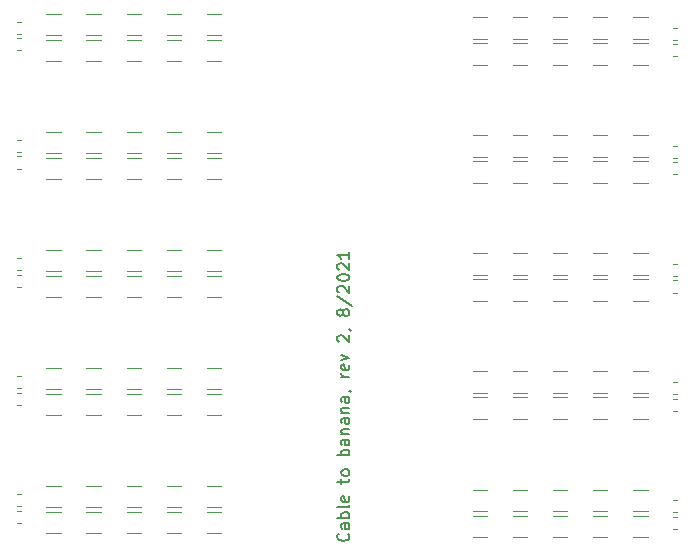
<source format=gto>
G04 #@! TF.GenerationSoftware,KiCad,Pcbnew,5.1.9-73d0e3b20d~88~ubuntu20.04.1*
G04 #@! TF.CreationDate,2021-08-20T12:24:50+03:00*
G04 #@! TF.ProjectId,cable_to_banana,6361626c-655f-4746-9f5f-62616e616e61,rev?*
G04 #@! TF.SameCoordinates,Original*
G04 #@! TF.FileFunction,Legend,Top*
G04 #@! TF.FilePolarity,Positive*
%FSLAX46Y46*%
G04 Gerber Fmt 4.6, Leading zero omitted, Abs format (unit mm)*
G04 Created by KiCad (PCBNEW 5.1.9-73d0e3b20d~88~ubuntu20.04.1) date 2021-08-20 12:24:50*
%MOMM*%
%LPD*%
G01*
G04 APERTURE LIST*
%ADD10C,0.150000*%
%ADD11C,0.120000*%
%ADD12O,7.000000X3.000000*%
G04 APERTURE END LIST*
D10*
X70857142Y-171619047D02*
X70904761Y-171666666D01*
X70952380Y-171809523D01*
X70952380Y-171904761D01*
X70904761Y-172047619D01*
X70809523Y-172142857D01*
X70714285Y-172190476D01*
X70523809Y-172238095D01*
X70380952Y-172238095D01*
X70190476Y-172190476D01*
X70095238Y-172142857D01*
X70000000Y-172047619D01*
X69952380Y-171904761D01*
X69952380Y-171809523D01*
X70000000Y-171666666D01*
X70047619Y-171619047D01*
X70952380Y-170761904D02*
X70428571Y-170761904D01*
X70333333Y-170809523D01*
X70285714Y-170904761D01*
X70285714Y-171095238D01*
X70333333Y-171190476D01*
X70904761Y-170761904D02*
X70952380Y-170857142D01*
X70952380Y-171095238D01*
X70904761Y-171190476D01*
X70809523Y-171238095D01*
X70714285Y-171238095D01*
X70619047Y-171190476D01*
X70571428Y-171095238D01*
X70571428Y-170857142D01*
X70523809Y-170761904D01*
X70952380Y-170285714D02*
X69952380Y-170285714D01*
X70333333Y-170285714D02*
X70285714Y-170190476D01*
X70285714Y-170000000D01*
X70333333Y-169904761D01*
X70380952Y-169857142D01*
X70476190Y-169809523D01*
X70761904Y-169809523D01*
X70857142Y-169857142D01*
X70904761Y-169904761D01*
X70952380Y-170000000D01*
X70952380Y-170190476D01*
X70904761Y-170285714D01*
X70952380Y-169238095D02*
X70904761Y-169333333D01*
X70809523Y-169380952D01*
X69952380Y-169380952D01*
X70904761Y-168476190D02*
X70952380Y-168571428D01*
X70952380Y-168761904D01*
X70904761Y-168857142D01*
X70809523Y-168904761D01*
X70428571Y-168904761D01*
X70333333Y-168857142D01*
X70285714Y-168761904D01*
X70285714Y-168571428D01*
X70333333Y-168476190D01*
X70428571Y-168428571D01*
X70523809Y-168428571D01*
X70619047Y-168904761D01*
X70285714Y-167380952D02*
X70285714Y-167000000D01*
X69952380Y-167238095D02*
X70809523Y-167238095D01*
X70904761Y-167190476D01*
X70952380Y-167095238D01*
X70952380Y-167000000D01*
X70952380Y-166523809D02*
X70904761Y-166619047D01*
X70857142Y-166666666D01*
X70761904Y-166714285D01*
X70476190Y-166714285D01*
X70380952Y-166666666D01*
X70333333Y-166619047D01*
X70285714Y-166523809D01*
X70285714Y-166380952D01*
X70333333Y-166285714D01*
X70380952Y-166238095D01*
X70476190Y-166190476D01*
X70761904Y-166190476D01*
X70857142Y-166238095D01*
X70904761Y-166285714D01*
X70952380Y-166380952D01*
X70952380Y-166523809D01*
X70952380Y-165000000D02*
X69952380Y-165000000D01*
X70333333Y-165000000D02*
X70285714Y-164904761D01*
X70285714Y-164714285D01*
X70333333Y-164619047D01*
X70380952Y-164571428D01*
X70476190Y-164523809D01*
X70761904Y-164523809D01*
X70857142Y-164571428D01*
X70904761Y-164619047D01*
X70952380Y-164714285D01*
X70952380Y-164904761D01*
X70904761Y-165000000D01*
X70952380Y-163666666D02*
X70428571Y-163666666D01*
X70333333Y-163714285D01*
X70285714Y-163809523D01*
X70285714Y-164000000D01*
X70333333Y-164095238D01*
X70904761Y-163666666D02*
X70952380Y-163761904D01*
X70952380Y-164000000D01*
X70904761Y-164095238D01*
X70809523Y-164142857D01*
X70714285Y-164142857D01*
X70619047Y-164095238D01*
X70571428Y-164000000D01*
X70571428Y-163761904D01*
X70523809Y-163666666D01*
X70285714Y-163190476D02*
X70952380Y-163190476D01*
X70380952Y-163190476D02*
X70333333Y-163142857D01*
X70285714Y-163047619D01*
X70285714Y-162904761D01*
X70333333Y-162809523D01*
X70428571Y-162761904D01*
X70952380Y-162761904D01*
X70952380Y-161857142D02*
X70428571Y-161857142D01*
X70333333Y-161904761D01*
X70285714Y-162000000D01*
X70285714Y-162190476D01*
X70333333Y-162285714D01*
X70904761Y-161857142D02*
X70952380Y-161952380D01*
X70952380Y-162190476D01*
X70904761Y-162285714D01*
X70809523Y-162333333D01*
X70714285Y-162333333D01*
X70619047Y-162285714D01*
X70571428Y-162190476D01*
X70571428Y-161952380D01*
X70523809Y-161857142D01*
X70285714Y-161380952D02*
X70952380Y-161380952D01*
X70380952Y-161380952D02*
X70333333Y-161333333D01*
X70285714Y-161238095D01*
X70285714Y-161095238D01*
X70333333Y-161000000D01*
X70428571Y-160952380D01*
X70952380Y-160952380D01*
X70952380Y-160047619D02*
X70428571Y-160047619D01*
X70333333Y-160095238D01*
X70285714Y-160190476D01*
X70285714Y-160380952D01*
X70333333Y-160476190D01*
X70904761Y-160047619D02*
X70952380Y-160142857D01*
X70952380Y-160380952D01*
X70904761Y-160476190D01*
X70809523Y-160523809D01*
X70714285Y-160523809D01*
X70619047Y-160476190D01*
X70571428Y-160380952D01*
X70571428Y-160142857D01*
X70523809Y-160047619D01*
X70904761Y-159523809D02*
X70952380Y-159523809D01*
X71047619Y-159571428D01*
X71095238Y-159619047D01*
X70952380Y-158333333D02*
X70285714Y-158333333D01*
X70476190Y-158333333D02*
X70380952Y-158285714D01*
X70333333Y-158238095D01*
X70285714Y-158142857D01*
X70285714Y-158047619D01*
X70904761Y-157333333D02*
X70952380Y-157428571D01*
X70952380Y-157619047D01*
X70904761Y-157714285D01*
X70809523Y-157761904D01*
X70428571Y-157761904D01*
X70333333Y-157714285D01*
X70285714Y-157619047D01*
X70285714Y-157428571D01*
X70333333Y-157333333D01*
X70428571Y-157285714D01*
X70523809Y-157285714D01*
X70619047Y-157761904D01*
X70285714Y-156952380D02*
X70952380Y-156714285D01*
X70285714Y-156476190D01*
X70047619Y-155380952D02*
X70000000Y-155333333D01*
X69952380Y-155238095D01*
X69952380Y-155000000D01*
X70000000Y-154904761D01*
X70047619Y-154857142D01*
X70142857Y-154809523D01*
X70238095Y-154809523D01*
X70380952Y-154857142D01*
X70952380Y-155428571D01*
X70952380Y-154809523D01*
X70904761Y-154333333D02*
X70952380Y-154333333D01*
X71047619Y-154380952D01*
X71095238Y-154428571D01*
X70380952Y-153000000D02*
X70333333Y-153095238D01*
X70285714Y-153142857D01*
X70190476Y-153190476D01*
X70142857Y-153190476D01*
X70047619Y-153142857D01*
X70000000Y-153095238D01*
X69952380Y-153000000D01*
X69952380Y-152809523D01*
X70000000Y-152714285D01*
X70047619Y-152666666D01*
X70142857Y-152619047D01*
X70190476Y-152619047D01*
X70285714Y-152666666D01*
X70333333Y-152714285D01*
X70380952Y-152809523D01*
X70380952Y-153000000D01*
X70428571Y-153095238D01*
X70476190Y-153142857D01*
X70571428Y-153190476D01*
X70761904Y-153190476D01*
X70857142Y-153142857D01*
X70904761Y-153095238D01*
X70952380Y-153000000D01*
X70952380Y-152809523D01*
X70904761Y-152714285D01*
X70857142Y-152666666D01*
X70761904Y-152619047D01*
X70571428Y-152619047D01*
X70476190Y-152666666D01*
X70428571Y-152714285D01*
X70380952Y-152809523D01*
X69904761Y-151476190D02*
X71190476Y-152333333D01*
X70047619Y-151190476D02*
X70000000Y-151142857D01*
X69952380Y-151047619D01*
X69952380Y-150809523D01*
X70000000Y-150714285D01*
X70047619Y-150666666D01*
X70142857Y-150619047D01*
X70238095Y-150619047D01*
X70380952Y-150666666D01*
X70952380Y-151238095D01*
X70952380Y-150619047D01*
X69952380Y-150000000D02*
X69952380Y-149904761D01*
X70000000Y-149809523D01*
X70047619Y-149761904D01*
X70142857Y-149714285D01*
X70333333Y-149666666D01*
X70571428Y-149666666D01*
X70761904Y-149714285D01*
X70857142Y-149761904D01*
X70904761Y-149809523D01*
X70952380Y-149904761D01*
X70952380Y-150000000D01*
X70904761Y-150095238D01*
X70857142Y-150142857D01*
X70761904Y-150190476D01*
X70571428Y-150238095D01*
X70333333Y-150238095D01*
X70142857Y-150190476D01*
X70047619Y-150142857D01*
X70000000Y-150095238D01*
X69952380Y-150000000D01*
X70047619Y-149285714D02*
X70000000Y-149238095D01*
X69952380Y-149142857D01*
X69952380Y-148904761D01*
X70000000Y-148809523D01*
X70047619Y-148761904D01*
X70142857Y-148714285D01*
X70238095Y-148714285D01*
X70380952Y-148761904D01*
X70952380Y-149333333D01*
X70952380Y-148714285D01*
X70952380Y-147761904D02*
X70952380Y-148333333D01*
X70952380Y-148047619D02*
X69952380Y-148047619D01*
X70095238Y-148142857D01*
X70190476Y-148238095D01*
X70238095Y-148333333D01*
D11*
G04 #@! TO.C,C6*
X42837221Y-139690000D02*
X43162779Y-139690000D01*
X42837221Y-140710000D02*
X43162779Y-140710000D01*
G04 #@! TO.C,R2*
X55497936Y-129410000D02*
X56702064Y-129410000D01*
X55497936Y-127590000D02*
X56702064Y-127590000D01*
G04 #@! TO.C,R5*
X45297936Y-131610000D02*
X46502064Y-131610000D01*
X45297936Y-129790000D02*
X46502064Y-129790000D01*
G04 #@! TO.C,R6*
X42837221Y-158290000D02*
X43162779Y-158290000D01*
X42837221Y-159310000D02*
X43162779Y-159310000D01*
G04 #@! TO.C,C4*
X48697936Y-129410000D02*
X49902064Y-129410000D01*
X48697936Y-127590000D02*
X49902064Y-127590000D01*
G04 #@! TO.C,C5*
X45297936Y-169410000D02*
X46502064Y-169410000D01*
X45297936Y-167590000D02*
X46502064Y-167590000D01*
G04 #@! TO.C,C3*
X52097936Y-129410000D02*
X53302064Y-129410000D01*
X52097936Y-127590000D02*
X53302064Y-127590000D01*
G04 #@! TO.C,C6*
X42837221Y-130710000D02*
X43162779Y-130710000D01*
X42837221Y-129690000D02*
X43162779Y-129690000D01*
G04 #@! TO.C,C5*
X45297936Y-137590000D02*
X46502064Y-137590000D01*
X45297936Y-139410000D02*
X46502064Y-139410000D01*
G04 #@! TO.C,R4*
X48697936Y-139790000D02*
X49902064Y-139790000D01*
X48697936Y-141610000D02*
X49902064Y-141610000D01*
G04 #@! TO.C,C1*
X58897936Y-171610000D02*
X60102064Y-171610000D01*
X58897936Y-169790000D02*
X60102064Y-169790000D01*
G04 #@! TO.C,R1*
X58897936Y-129410000D02*
X60102064Y-129410000D01*
X58897936Y-127590000D02*
X60102064Y-127590000D01*
G04 #@! TO.C,C4*
X48697936Y-157590000D02*
X49902064Y-157590000D01*
X48697936Y-159410000D02*
X49902064Y-159410000D01*
G04 #@! TO.C,C2*
X55497936Y-131610000D02*
X56702064Y-131610000D01*
X55497936Y-129790000D02*
X56702064Y-129790000D01*
G04 #@! TO.C,C5*
X45297936Y-129410000D02*
X46502064Y-129410000D01*
X45297936Y-127590000D02*
X46502064Y-127590000D01*
G04 #@! TO.C,C6*
X42837221Y-170710000D02*
X43162779Y-170710000D01*
X42837221Y-169690000D02*
X43162779Y-169690000D01*
G04 #@! TO.C,R1*
X58897936Y-169410000D02*
X60102064Y-169410000D01*
X58897936Y-167590000D02*
X60102064Y-167590000D01*
G04 #@! TO.C,R3*
X52097936Y-159790000D02*
X53302064Y-159790000D01*
X52097936Y-161610000D02*
X53302064Y-161610000D01*
G04 #@! TO.C,R2*
X55497936Y-169410000D02*
X56702064Y-169410000D01*
X55497936Y-167590000D02*
X56702064Y-167590000D01*
G04 #@! TO.C,C3*
X52097936Y-169410000D02*
X53302064Y-169410000D01*
X52097936Y-167590000D02*
X53302064Y-167590000D01*
G04 #@! TO.C,R6*
X42837221Y-129310000D02*
X43162779Y-129310000D01*
X42837221Y-128290000D02*
X43162779Y-128290000D01*
G04 #@! TO.C,R5*
X45297936Y-139790000D02*
X46502064Y-139790000D01*
X45297936Y-141610000D02*
X46502064Y-141610000D01*
G04 #@! TO.C,C2*
X55497936Y-159790000D02*
X56702064Y-159790000D01*
X55497936Y-161610000D02*
X56702064Y-161610000D01*
G04 #@! TO.C,C4*
X48697936Y-137590000D02*
X49902064Y-137590000D01*
X48697936Y-139410000D02*
X49902064Y-139410000D01*
G04 #@! TO.C,C3*
X52097936Y-157590000D02*
X53302064Y-157590000D01*
X52097936Y-159410000D02*
X53302064Y-159410000D01*
G04 #@! TO.C,R3*
X52097936Y-139790000D02*
X53302064Y-139790000D01*
X52097936Y-141610000D02*
X53302064Y-141610000D01*
G04 #@! TO.C,R6*
X42837221Y-138290000D02*
X43162779Y-138290000D01*
X42837221Y-139310000D02*
X43162779Y-139310000D01*
G04 #@! TO.C,R2*
X55497936Y-137590000D02*
X56702064Y-137590000D01*
X55497936Y-139410000D02*
X56702064Y-139410000D01*
G04 #@! TO.C,C5*
X45297936Y-157590000D02*
X46502064Y-157590000D01*
X45297936Y-159410000D02*
X46502064Y-159410000D01*
G04 #@! TO.C,C1*
X58897936Y-131610000D02*
X60102064Y-131610000D01*
X58897936Y-129790000D02*
X60102064Y-129790000D01*
G04 #@! TO.C,C3*
X52097936Y-137590000D02*
X53302064Y-137590000D01*
X52097936Y-139410000D02*
X53302064Y-139410000D01*
G04 #@! TO.C,R3*
X52097936Y-171610000D02*
X53302064Y-171610000D01*
X52097936Y-169790000D02*
X53302064Y-169790000D01*
G04 #@! TO.C,C4*
X48697936Y-169410000D02*
X49902064Y-169410000D01*
X48697936Y-167590000D02*
X49902064Y-167590000D01*
G04 #@! TO.C,R2*
X55497936Y-157590000D02*
X56702064Y-157590000D01*
X55497936Y-159410000D02*
X56702064Y-159410000D01*
G04 #@! TO.C,R4*
X48697936Y-171610000D02*
X49902064Y-171610000D01*
X48697936Y-169790000D02*
X49902064Y-169790000D01*
G04 #@! TO.C,C1*
X58897936Y-159790000D02*
X60102064Y-159790000D01*
X58897936Y-161610000D02*
X60102064Y-161610000D01*
G04 #@! TO.C,R4*
X48697936Y-131610000D02*
X49902064Y-131610000D01*
X48697936Y-129790000D02*
X49902064Y-129790000D01*
G04 #@! TO.C,C1*
X58897936Y-139790000D02*
X60102064Y-139790000D01*
X58897936Y-141610000D02*
X60102064Y-141610000D01*
G04 #@! TO.C,R3*
X52097936Y-131610000D02*
X53302064Y-131610000D01*
X52097936Y-129790000D02*
X53302064Y-129790000D01*
G04 #@! TO.C,R1*
X58897936Y-137590000D02*
X60102064Y-137590000D01*
X58897936Y-139410000D02*
X60102064Y-139410000D01*
G04 #@! TO.C,R5*
X45297936Y-171610000D02*
X46502064Y-171610000D01*
X45297936Y-169790000D02*
X46502064Y-169790000D01*
G04 #@! TO.C,R6*
X42837221Y-169310000D02*
X43162779Y-169310000D01*
X42837221Y-168290000D02*
X43162779Y-168290000D01*
G04 #@! TO.C,C2*
X55497936Y-139790000D02*
X56702064Y-139790000D01*
X55497936Y-141610000D02*
X56702064Y-141610000D01*
X55497936Y-171610000D02*
X56702064Y-171610000D01*
X55497936Y-169790000D02*
X56702064Y-169790000D01*
G04 #@! TO.C,R4*
X48697936Y-159790000D02*
X49902064Y-159790000D01*
X48697936Y-161610000D02*
X49902064Y-161610000D01*
G04 #@! TO.C,R5*
X45297936Y-159790000D02*
X46502064Y-159790000D01*
X45297936Y-161610000D02*
X46502064Y-161610000D01*
G04 #@! TO.C,C6*
X42837221Y-159690000D02*
X43162779Y-159690000D01*
X42837221Y-160710000D02*
X43162779Y-160710000D01*
G04 #@! TO.C,C1*
X58897936Y-151610000D02*
X60102064Y-151610000D01*
X58897936Y-149790000D02*
X60102064Y-149790000D01*
G04 #@! TO.C,C5*
X45297936Y-149410000D02*
X46502064Y-149410000D01*
X45297936Y-147590000D02*
X46502064Y-147590000D01*
G04 #@! TO.C,R4*
X48697936Y-151610000D02*
X49902064Y-151610000D01*
X48697936Y-149790000D02*
X49902064Y-149790000D01*
G04 #@! TO.C,R5*
X45297936Y-151610000D02*
X46502064Y-151610000D01*
X45297936Y-149790000D02*
X46502064Y-149790000D01*
G04 #@! TO.C,C6*
X42837221Y-150710000D02*
X43162779Y-150710000D01*
X42837221Y-149690000D02*
X43162779Y-149690000D01*
G04 #@! TO.C,R2*
X55497936Y-149410000D02*
X56702064Y-149410000D01*
X55497936Y-147590000D02*
X56702064Y-147590000D01*
G04 #@! TO.C,R3*
X52097936Y-151610000D02*
X53302064Y-151610000D01*
X52097936Y-149790000D02*
X53302064Y-149790000D01*
G04 #@! TO.C,C3*
X52097936Y-149410000D02*
X53302064Y-149410000D01*
X52097936Y-147590000D02*
X53302064Y-147590000D01*
G04 #@! TO.C,R1*
X58897936Y-149410000D02*
X60102064Y-149410000D01*
X58897936Y-147590000D02*
X60102064Y-147590000D01*
G04 #@! TO.C,C2*
X55497936Y-151610000D02*
X56702064Y-151610000D01*
X55497936Y-149790000D02*
X56702064Y-149790000D01*
G04 #@! TO.C,R6*
X42837221Y-149310000D02*
X43162779Y-149310000D01*
X42837221Y-148290000D02*
X43162779Y-148290000D01*
G04 #@! TO.C,C4*
X48697936Y-149410000D02*
X49902064Y-149410000D01*
X48697936Y-147590000D02*
X49902064Y-147590000D01*
G04 #@! TO.C,R1*
X58897936Y-157590000D02*
X60102064Y-157590000D01*
X58897936Y-159410000D02*
X60102064Y-159410000D01*
G04 #@! TO.C,R6*
X98662779Y-131210000D02*
X98337221Y-131210000D01*
X98662779Y-130190000D02*
X98337221Y-130190000D01*
G04 #@! TO.C,C4*
X92802064Y-131910000D02*
X91597936Y-131910000D01*
X92802064Y-130090000D02*
X91597936Y-130090000D01*
G04 #@! TO.C,R3*
X89402064Y-129710000D02*
X88197936Y-129710000D01*
X89402064Y-127890000D02*
X88197936Y-127890000D01*
G04 #@! TO.C,C2*
X86002064Y-129710000D02*
X84797936Y-129710000D01*
X86002064Y-127890000D02*
X84797936Y-127890000D01*
G04 #@! TO.C,C3*
X89402064Y-131910000D02*
X88197936Y-131910000D01*
X89402064Y-130090000D02*
X88197936Y-130090000D01*
G04 #@! TO.C,C5*
X96202064Y-131910000D02*
X94997936Y-131910000D01*
X96202064Y-130090000D02*
X94997936Y-130090000D01*
G04 #@! TO.C,R2*
X86002064Y-131910000D02*
X84797936Y-131910000D01*
X86002064Y-130090000D02*
X84797936Y-130090000D01*
G04 #@! TO.C,C1*
X82602064Y-129710000D02*
X81397936Y-129710000D01*
X82602064Y-127890000D02*
X81397936Y-127890000D01*
G04 #@! TO.C,R4*
X92802064Y-129710000D02*
X91597936Y-129710000D01*
X92802064Y-127890000D02*
X91597936Y-127890000D01*
G04 #@! TO.C,R5*
X96202064Y-129710000D02*
X94997936Y-129710000D01*
X96202064Y-127890000D02*
X94997936Y-127890000D01*
G04 #@! TO.C,C6*
X98662779Y-129810000D02*
X98337221Y-129810000D01*
X98662779Y-128790000D02*
X98337221Y-128790000D01*
G04 #@! TO.C,R1*
X82602064Y-131910000D02*
X81397936Y-131910000D01*
X82602064Y-130090000D02*
X81397936Y-130090000D01*
G04 #@! TO.C,C1*
X82602064Y-137890000D02*
X81397936Y-137890000D01*
X82602064Y-139710000D02*
X81397936Y-139710000D01*
G04 #@! TO.C,C5*
X96202064Y-140090000D02*
X94997936Y-140090000D01*
X96202064Y-141910000D02*
X94997936Y-141910000D01*
G04 #@! TO.C,R4*
X92802064Y-137890000D02*
X91597936Y-137890000D01*
X92802064Y-139710000D02*
X91597936Y-139710000D01*
G04 #@! TO.C,R5*
X96202064Y-137890000D02*
X94997936Y-137890000D01*
X96202064Y-139710000D02*
X94997936Y-139710000D01*
G04 #@! TO.C,C6*
X98662779Y-138790000D02*
X98337221Y-138790000D01*
X98662779Y-139810000D02*
X98337221Y-139810000D01*
G04 #@! TO.C,R2*
X86002064Y-140090000D02*
X84797936Y-140090000D01*
X86002064Y-141910000D02*
X84797936Y-141910000D01*
G04 #@! TO.C,R3*
X89402064Y-137890000D02*
X88197936Y-137890000D01*
X89402064Y-139710000D02*
X88197936Y-139710000D01*
G04 #@! TO.C,C3*
X89402064Y-140090000D02*
X88197936Y-140090000D01*
X89402064Y-141910000D02*
X88197936Y-141910000D01*
G04 #@! TO.C,R1*
X82602064Y-140090000D02*
X81397936Y-140090000D01*
X82602064Y-141910000D02*
X81397936Y-141910000D01*
G04 #@! TO.C,C2*
X86002064Y-137890000D02*
X84797936Y-137890000D01*
X86002064Y-139710000D02*
X84797936Y-139710000D01*
G04 #@! TO.C,R6*
X98662779Y-140190000D02*
X98337221Y-140190000D01*
X98662779Y-141210000D02*
X98337221Y-141210000D01*
G04 #@! TO.C,C4*
X92802064Y-140090000D02*
X91597936Y-140090000D01*
X92802064Y-141910000D02*
X91597936Y-141910000D01*
G04 #@! TO.C,C6*
X98662779Y-169810000D02*
X98337221Y-169810000D01*
X98662779Y-168790000D02*
X98337221Y-168790000D01*
G04 #@! TO.C,C5*
X96202064Y-171910000D02*
X94997936Y-171910000D01*
X96202064Y-170090000D02*
X94997936Y-170090000D01*
G04 #@! TO.C,R4*
X92802064Y-169710000D02*
X91597936Y-169710000D01*
X92802064Y-167890000D02*
X91597936Y-167890000D01*
G04 #@! TO.C,R5*
X96202064Y-169710000D02*
X94997936Y-169710000D01*
X96202064Y-167890000D02*
X94997936Y-167890000D01*
G04 #@! TO.C,C4*
X92802064Y-171910000D02*
X91597936Y-171910000D01*
X92802064Y-170090000D02*
X91597936Y-170090000D01*
G04 #@! TO.C,R3*
X89402064Y-169710000D02*
X88197936Y-169710000D01*
X89402064Y-167890000D02*
X88197936Y-167890000D01*
G04 #@! TO.C,R6*
X98662779Y-171210000D02*
X98337221Y-171210000D01*
X98662779Y-170190000D02*
X98337221Y-170190000D01*
G04 #@! TO.C,R2*
X86002064Y-171910000D02*
X84797936Y-171910000D01*
X86002064Y-170090000D02*
X84797936Y-170090000D01*
G04 #@! TO.C,C3*
X89402064Y-171910000D02*
X88197936Y-171910000D01*
X89402064Y-170090000D02*
X88197936Y-170090000D01*
G04 #@! TO.C,C1*
X82602064Y-169710000D02*
X81397936Y-169710000D01*
X82602064Y-167890000D02*
X81397936Y-167890000D01*
G04 #@! TO.C,R1*
X82602064Y-171910000D02*
X81397936Y-171910000D01*
X82602064Y-170090000D02*
X81397936Y-170090000D01*
G04 #@! TO.C,C2*
X86002064Y-169710000D02*
X84797936Y-169710000D01*
X86002064Y-167890000D02*
X84797936Y-167890000D01*
G04 #@! TO.C,C1*
X82602064Y-157890000D02*
X81397936Y-157890000D01*
X82602064Y-159710000D02*
X81397936Y-159710000D01*
G04 #@! TO.C,C5*
X96202064Y-160090000D02*
X94997936Y-160090000D01*
X96202064Y-161910000D02*
X94997936Y-161910000D01*
G04 #@! TO.C,R4*
X92802064Y-157890000D02*
X91597936Y-157890000D01*
X92802064Y-159710000D02*
X91597936Y-159710000D01*
G04 #@! TO.C,R5*
X96202064Y-157890000D02*
X94997936Y-157890000D01*
X96202064Y-159710000D02*
X94997936Y-159710000D01*
G04 #@! TO.C,C6*
X98662779Y-158790000D02*
X98337221Y-158790000D01*
X98662779Y-159810000D02*
X98337221Y-159810000D01*
G04 #@! TO.C,R2*
X86002064Y-160090000D02*
X84797936Y-160090000D01*
X86002064Y-161910000D02*
X84797936Y-161910000D01*
G04 #@! TO.C,R3*
X89402064Y-157890000D02*
X88197936Y-157890000D01*
X89402064Y-159710000D02*
X88197936Y-159710000D01*
G04 #@! TO.C,C3*
X89402064Y-160090000D02*
X88197936Y-160090000D01*
X89402064Y-161910000D02*
X88197936Y-161910000D01*
G04 #@! TO.C,R1*
X82602064Y-160090000D02*
X81397936Y-160090000D01*
X82602064Y-161910000D02*
X81397936Y-161910000D01*
G04 #@! TO.C,C2*
X86002064Y-157890000D02*
X84797936Y-157890000D01*
X86002064Y-159710000D02*
X84797936Y-159710000D01*
G04 #@! TO.C,R6*
X98662779Y-160190000D02*
X98337221Y-160190000D01*
X98662779Y-161210000D02*
X98337221Y-161210000D01*
G04 #@! TO.C,C4*
X92802064Y-160090000D02*
X91597936Y-160090000D01*
X92802064Y-161910000D02*
X91597936Y-161910000D01*
G04 #@! TO.C,R5*
X96202064Y-149710000D02*
X94997936Y-149710000D01*
X96202064Y-147890000D02*
X94997936Y-147890000D01*
G04 #@! TO.C,R4*
X92802064Y-149710000D02*
X91597936Y-149710000D01*
X92802064Y-147890000D02*
X91597936Y-147890000D01*
G04 #@! TO.C,R3*
X89402064Y-149710000D02*
X88197936Y-149710000D01*
X89402064Y-147890000D02*
X88197936Y-147890000D01*
G04 #@! TO.C,R2*
X86002064Y-151910000D02*
X84797936Y-151910000D01*
X86002064Y-150090000D02*
X84797936Y-150090000D01*
G04 #@! TO.C,R1*
X82602064Y-151910000D02*
X81397936Y-151910000D01*
X82602064Y-150090000D02*
X81397936Y-150090000D01*
G04 #@! TO.C,C5*
X96202064Y-151910000D02*
X94997936Y-151910000D01*
X96202064Y-150090000D02*
X94997936Y-150090000D01*
G04 #@! TO.C,C4*
X92802064Y-151910000D02*
X91597936Y-151910000D01*
X92802064Y-150090000D02*
X91597936Y-150090000D01*
G04 #@! TO.C,C3*
X89402064Y-151910000D02*
X88197936Y-151910000D01*
X89402064Y-150090000D02*
X88197936Y-150090000D01*
G04 #@! TO.C,C2*
X86002064Y-149710000D02*
X84797936Y-149710000D01*
X86002064Y-147890000D02*
X84797936Y-147890000D01*
G04 #@! TO.C,C1*
X82602064Y-149710000D02*
X81397936Y-149710000D01*
X82602064Y-147890000D02*
X81397936Y-147890000D01*
G04 #@! TO.C,R6*
X98662779Y-151210000D02*
X98337221Y-151210000D01*
X98662779Y-150190000D02*
X98337221Y-150190000D01*
G04 #@! TO.C,C6*
X98662779Y-149810000D02*
X98337221Y-149810000D01*
X98662779Y-148790000D02*
X98337221Y-148790000D01*
G04 #@! TD*
%LPC*%
G04 #@! TO.C,J3*
G36*
G01*
X41600000Y-138875000D02*
X41600000Y-140125000D01*
G75*
G02*
X40975000Y-140750000I-625000J0D01*
G01*
X39225000Y-140750000D01*
G75*
G02*
X38600000Y-140125000I0J625000D01*
G01*
X38600000Y-138875000D01*
G75*
G02*
X39225000Y-138250000I625000J0D01*
G01*
X40975000Y-138250000D01*
G75*
G02*
X41600000Y-138875000I0J-625000D01*
G01*
G37*
G04 #@! TD*
G04 #@! TO.C,C6*
G36*
G01*
X43350000Y-140456250D02*
X43350000Y-139943750D01*
G75*
G02*
X43568750Y-139725000I218750J0D01*
G01*
X44006250Y-139725000D01*
G75*
G02*
X44225000Y-139943750I0J-218750D01*
G01*
X44225000Y-140456250D01*
G75*
G02*
X44006250Y-140675000I-218750J0D01*
G01*
X43568750Y-140675000D01*
G75*
G02*
X43350000Y-140456250I0J218750D01*
G01*
G37*
G36*
G01*
X41775000Y-140456250D02*
X41775000Y-139943750D01*
G75*
G02*
X41993750Y-139725000I218750J0D01*
G01*
X42431250Y-139725000D01*
G75*
G02*
X42650000Y-139943750I0J-218750D01*
G01*
X42650000Y-140456250D01*
G75*
G02*
X42431250Y-140675000I-218750J0D01*
G01*
X41993750Y-140675000D01*
G75*
G02*
X41775000Y-140456250I0J218750D01*
G01*
G37*
G04 #@! TD*
G04 #@! TO.C,R2*
G36*
G01*
X54350000Y-129235000D02*
X54350000Y-127765000D01*
G75*
G02*
X54490000Y-127625000I140000J0D01*
G01*
X54910000Y-127625000D01*
G75*
G02*
X55050000Y-127765000I0J-140000D01*
G01*
X55050000Y-129235000D01*
G75*
G02*
X54910000Y-129375000I-140000J0D01*
G01*
X54490000Y-129375000D01*
G75*
G02*
X54350000Y-129235000I0J140000D01*
G01*
G37*
G36*
G01*
X57150000Y-129235000D02*
X57150000Y-127765000D01*
G75*
G02*
X57290000Y-127625000I140000J0D01*
G01*
X57710000Y-127625000D01*
G75*
G02*
X57850000Y-127765000I0J-140000D01*
G01*
X57850000Y-129235000D01*
G75*
G02*
X57710000Y-129375000I-140000J0D01*
G01*
X57290000Y-129375000D01*
G75*
G02*
X57150000Y-129235000I0J140000D01*
G01*
G37*
G04 #@! TD*
G04 #@! TO.C,R5*
G36*
G01*
X44150000Y-131435000D02*
X44150000Y-129965000D01*
G75*
G02*
X44290000Y-129825000I140000J0D01*
G01*
X44710000Y-129825000D01*
G75*
G02*
X44850000Y-129965000I0J-140000D01*
G01*
X44850000Y-131435000D01*
G75*
G02*
X44710000Y-131575000I-140000J0D01*
G01*
X44290000Y-131575000D01*
G75*
G02*
X44150000Y-131435000I0J140000D01*
G01*
G37*
G36*
G01*
X46950000Y-131435000D02*
X46950000Y-129965000D01*
G75*
G02*
X47090000Y-129825000I140000J0D01*
G01*
X47510000Y-129825000D01*
G75*
G02*
X47650000Y-129965000I0J-140000D01*
G01*
X47650000Y-131435000D01*
G75*
G02*
X47510000Y-131575000I-140000J0D01*
G01*
X47090000Y-131575000D01*
G75*
G02*
X46950000Y-131435000I0J140000D01*
G01*
G37*
G04 #@! TD*
G04 #@! TO.C,R6*
G36*
G01*
X43350000Y-159056250D02*
X43350000Y-158543750D01*
G75*
G02*
X43568750Y-158325000I218750J0D01*
G01*
X44006250Y-158325000D01*
G75*
G02*
X44225000Y-158543750I0J-218750D01*
G01*
X44225000Y-159056250D01*
G75*
G02*
X44006250Y-159275000I-218750J0D01*
G01*
X43568750Y-159275000D01*
G75*
G02*
X43350000Y-159056250I0J218750D01*
G01*
G37*
G36*
G01*
X41775000Y-159056250D02*
X41775000Y-158543750D01*
G75*
G02*
X41993750Y-158325000I218750J0D01*
G01*
X42431250Y-158325000D01*
G75*
G02*
X42650000Y-158543750I0J-218750D01*
G01*
X42650000Y-159056250D01*
G75*
G02*
X42431250Y-159275000I-218750J0D01*
G01*
X41993750Y-159275000D01*
G75*
G02*
X41775000Y-159056250I0J218750D01*
G01*
G37*
G04 #@! TD*
G04 #@! TO.C,C4*
G36*
G01*
X47550000Y-129235000D02*
X47550000Y-127765000D01*
G75*
G02*
X47690000Y-127625000I140000J0D01*
G01*
X48110000Y-127625000D01*
G75*
G02*
X48250000Y-127765000I0J-140000D01*
G01*
X48250000Y-129235000D01*
G75*
G02*
X48110000Y-129375000I-140000J0D01*
G01*
X47690000Y-129375000D01*
G75*
G02*
X47550000Y-129235000I0J140000D01*
G01*
G37*
G36*
G01*
X50350000Y-129235000D02*
X50350000Y-127765000D01*
G75*
G02*
X50490000Y-127625000I140000J0D01*
G01*
X50910000Y-127625000D01*
G75*
G02*
X51050000Y-127765000I0J-140000D01*
G01*
X51050000Y-129235000D01*
G75*
G02*
X50910000Y-129375000I-140000J0D01*
G01*
X50490000Y-129375000D01*
G75*
G02*
X50350000Y-129235000I0J140000D01*
G01*
G37*
G04 #@! TD*
G04 #@! TO.C,C5*
G36*
G01*
X44150000Y-169235000D02*
X44150000Y-167765000D01*
G75*
G02*
X44290000Y-167625000I140000J0D01*
G01*
X44710000Y-167625000D01*
G75*
G02*
X44850000Y-167765000I0J-140000D01*
G01*
X44850000Y-169235000D01*
G75*
G02*
X44710000Y-169375000I-140000J0D01*
G01*
X44290000Y-169375000D01*
G75*
G02*
X44150000Y-169235000I0J140000D01*
G01*
G37*
G36*
G01*
X46950000Y-169235000D02*
X46950000Y-167765000D01*
G75*
G02*
X47090000Y-167625000I140000J0D01*
G01*
X47510000Y-167625000D01*
G75*
G02*
X47650000Y-167765000I0J-140000D01*
G01*
X47650000Y-169235000D01*
G75*
G02*
X47510000Y-169375000I-140000J0D01*
G01*
X47090000Y-169375000D01*
G75*
G02*
X46950000Y-169235000I0J140000D01*
G01*
G37*
G04 #@! TD*
G04 #@! TO.C,C3*
G36*
G01*
X50950000Y-129235000D02*
X50950000Y-127765000D01*
G75*
G02*
X51090000Y-127625000I140000J0D01*
G01*
X51510000Y-127625000D01*
G75*
G02*
X51650000Y-127765000I0J-140000D01*
G01*
X51650000Y-129235000D01*
G75*
G02*
X51510000Y-129375000I-140000J0D01*
G01*
X51090000Y-129375000D01*
G75*
G02*
X50950000Y-129235000I0J140000D01*
G01*
G37*
G36*
G01*
X53750000Y-129235000D02*
X53750000Y-127765000D01*
G75*
G02*
X53890000Y-127625000I140000J0D01*
G01*
X54310000Y-127625000D01*
G75*
G02*
X54450000Y-127765000I0J-140000D01*
G01*
X54450000Y-129235000D01*
G75*
G02*
X54310000Y-129375000I-140000J0D01*
G01*
X53890000Y-129375000D01*
G75*
G02*
X53750000Y-129235000I0J140000D01*
G01*
G37*
G04 #@! TD*
G04 #@! TO.C,C6*
G36*
G01*
X41775000Y-130456250D02*
X41775000Y-129943750D01*
G75*
G02*
X41993750Y-129725000I218750J0D01*
G01*
X42431250Y-129725000D01*
G75*
G02*
X42650000Y-129943750I0J-218750D01*
G01*
X42650000Y-130456250D01*
G75*
G02*
X42431250Y-130675000I-218750J0D01*
G01*
X41993750Y-130675000D01*
G75*
G02*
X41775000Y-130456250I0J218750D01*
G01*
G37*
G36*
G01*
X43350000Y-130456250D02*
X43350000Y-129943750D01*
G75*
G02*
X43568750Y-129725000I218750J0D01*
G01*
X44006250Y-129725000D01*
G75*
G02*
X44225000Y-129943750I0J-218750D01*
G01*
X44225000Y-130456250D01*
G75*
G02*
X44006250Y-130675000I-218750J0D01*
G01*
X43568750Y-130675000D01*
G75*
G02*
X43350000Y-130456250I0J218750D01*
G01*
G37*
G04 #@! TD*
D12*
G04 #@! TO.C,J1*
X64000000Y-132000000D03*
G04 #@! TD*
G04 #@! TO.C,C5*
G36*
G01*
X46950000Y-139235000D02*
X46950000Y-137765000D01*
G75*
G02*
X47090000Y-137625000I140000J0D01*
G01*
X47510000Y-137625000D01*
G75*
G02*
X47650000Y-137765000I0J-140000D01*
G01*
X47650000Y-139235000D01*
G75*
G02*
X47510000Y-139375000I-140000J0D01*
G01*
X47090000Y-139375000D01*
G75*
G02*
X46950000Y-139235000I0J140000D01*
G01*
G37*
G36*
G01*
X44150000Y-139235000D02*
X44150000Y-137765000D01*
G75*
G02*
X44290000Y-137625000I140000J0D01*
G01*
X44710000Y-137625000D01*
G75*
G02*
X44850000Y-137765000I0J-140000D01*
G01*
X44850000Y-139235000D01*
G75*
G02*
X44710000Y-139375000I-140000J0D01*
G01*
X44290000Y-139375000D01*
G75*
G02*
X44150000Y-139235000I0J140000D01*
G01*
G37*
G04 #@! TD*
G04 #@! TO.C,R4*
G36*
G01*
X50350000Y-141435000D02*
X50350000Y-139965000D01*
G75*
G02*
X50490000Y-139825000I140000J0D01*
G01*
X50910000Y-139825000D01*
G75*
G02*
X51050000Y-139965000I0J-140000D01*
G01*
X51050000Y-141435000D01*
G75*
G02*
X50910000Y-141575000I-140000J0D01*
G01*
X50490000Y-141575000D01*
G75*
G02*
X50350000Y-141435000I0J140000D01*
G01*
G37*
G36*
G01*
X47550000Y-141435000D02*
X47550000Y-139965000D01*
G75*
G02*
X47690000Y-139825000I140000J0D01*
G01*
X48110000Y-139825000D01*
G75*
G02*
X48250000Y-139965000I0J-140000D01*
G01*
X48250000Y-141435000D01*
G75*
G02*
X48110000Y-141575000I-140000J0D01*
G01*
X47690000Y-141575000D01*
G75*
G02*
X47550000Y-141435000I0J140000D01*
G01*
G37*
G04 #@! TD*
G04 #@! TO.C,J3*
G36*
G01*
X41600000Y-128875000D02*
X41600000Y-130125000D01*
G75*
G02*
X40975000Y-130750000I-625000J0D01*
G01*
X39225000Y-130750000D01*
G75*
G02*
X38600000Y-130125000I0J625000D01*
G01*
X38600000Y-128875000D01*
G75*
G02*
X39225000Y-128250000I625000J0D01*
G01*
X40975000Y-128250000D01*
G75*
G02*
X41600000Y-128875000I0J-625000D01*
G01*
G37*
G04 #@! TD*
G04 #@! TO.C,C1*
G36*
G01*
X57750000Y-171435000D02*
X57750000Y-169965000D01*
G75*
G02*
X57890000Y-169825000I140000J0D01*
G01*
X58310000Y-169825000D01*
G75*
G02*
X58450000Y-169965000I0J-140000D01*
G01*
X58450000Y-171435000D01*
G75*
G02*
X58310000Y-171575000I-140000J0D01*
G01*
X57890000Y-171575000D01*
G75*
G02*
X57750000Y-171435000I0J140000D01*
G01*
G37*
G36*
G01*
X60550000Y-171435000D02*
X60550000Y-169965000D01*
G75*
G02*
X60690000Y-169825000I140000J0D01*
G01*
X61110000Y-169825000D01*
G75*
G02*
X61250000Y-169965000I0J-140000D01*
G01*
X61250000Y-171435000D01*
G75*
G02*
X61110000Y-171575000I-140000J0D01*
G01*
X60690000Y-171575000D01*
G75*
G02*
X60550000Y-171435000I0J140000D01*
G01*
G37*
G04 #@! TD*
G04 #@! TO.C,R1*
G36*
G01*
X57750000Y-129235000D02*
X57750000Y-127765000D01*
G75*
G02*
X57890000Y-127625000I140000J0D01*
G01*
X58310000Y-127625000D01*
G75*
G02*
X58450000Y-127765000I0J-140000D01*
G01*
X58450000Y-129235000D01*
G75*
G02*
X58310000Y-129375000I-140000J0D01*
G01*
X57890000Y-129375000D01*
G75*
G02*
X57750000Y-129235000I0J140000D01*
G01*
G37*
G36*
G01*
X60550000Y-129235000D02*
X60550000Y-127765000D01*
G75*
G02*
X60690000Y-127625000I140000J0D01*
G01*
X61110000Y-127625000D01*
G75*
G02*
X61250000Y-127765000I0J-140000D01*
G01*
X61250000Y-129235000D01*
G75*
G02*
X61110000Y-129375000I-140000J0D01*
G01*
X60690000Y-129375000D01*
G75*
G02*
X60550000Y-129235000I0J140000D01*
G01*
G37*
G04 #@! TD*
G04 #@! TO.C,C4*
G36*
G01*
X50350000Y-159235000D02*
X50350000Y-157765000D01*
G75*
G02*
X50490000Y-157625000I140000J0D01*
G01*
X50910000Y-157625000D01*
G75*
G02*
X51050000Y-157765000I0J-140000D01*
G01*
X51050000Y-159235000D01*
G75*
G02*
X50910000Y-159375000I-140000J0D01*
G01*
X50490000Y-159375000D01*
G75*
G02*
X50350000Y-159235000I0J140000D01*
G01*
G37*
G36*
G01*
X47550000Y-159235000D02*
X47550000Y-157765000D01*
G75*
G02*
X47690000Y-157625000I140000J0D01*
G01*
X48110000Y-157625000D01*
G75*
G02*
X48250000Y-157765000I0J-140000D01*
G01*
X48250000Y-159235000D01*
G75*
G02*
X48110000Y-159375000I-140000J0D01*
G01*
X47690000Y-159375000D01*
G75*
G02*
X47550000Y-159235000I0J140000D01*
G01*
G37*
G04 #@! TD*
G04 #@! TO.C,J1*
X64000000Y-162000000D03*
G04 #@! TD*
G04 #@! TO.C,C2*
G36*
G01*
X54350000Y-131435000D02*
X54350000Y-129965000D01*
G75*
G02*
X54490000Y-129825000I140000J0D01*
G01*
X54910000Y-129825000D01*
G75*
G02*
X55050000Y-129965000I0J-140000D01*
G01*
X55050000Y-131435000D01*
G75*
G02*
X54910000Y-131575000I-140000J0D01*
G01*
X54490000Y-131575000D01*
G75*
G02*
X54350000Y-131435000I0J140000D01*
G01*
G37*
G36*
G01*
X57150000Y-131435000D02*
X57150000Y-129965000D01*
G75*
G02*
X57290000Y-129825000I140000J0D01*
G01*
X57710000Y-129825000D01*
G75*
G02*
X57850000Y-129965000I0J-140000D01*
G01*
X57850000Y-131435000D01*
G75*
G02*
X57710000Y-131575000I-140000J0D01*
G01*
X57290000Y-131575000D01*
G75*
G02*
X57150000Y-131435000I0J140000D01*
G01*
G37*
G04 #@! TD*
G04 #@! TO.C,C5*
G36*
G01*
X44150000Y-129235000D02*
X44150000Y-127765000D01*
G75*
G02*
X44290000Y-127625000I140000J0D01*
G01*
X44710000Y-127625000D01*
G75*
G02*
X44850000Y-127765000I0J-140000D01*
G01*
X44850000Y-129235000D01*
G75*
G02*
X44710000Y-129375000I-140000J0D01*
G01*
X44290000Y-129375000D01*
G75*
G02*
X44150000Y-129235000I0J140000D01*
G01*
G37*
G36*
G01*
X46950000Y-129235000D02*
X46950000Y-127765000D01*
G75*
G02*
X47090000Y-127625000I140000J0D01*
G01*
X47510000Y-127625000D01*
G75*
G02*
X47650000Y-127765000I0J-140000D01*
G01*
X47650000Y-129235000D01*
G75*
G02*
X47510000Y-129375000I-140000J0D01*
G01*
X47090000Y-129375000D01*
G75*
G02*
X46950000Y-129235000I0J140000D01*
G01*
G37*
G04 #@! TD*
G04 #@! TO.C,C6*
G36*
G01*
X41775000Y-170456250D02*
X41775000Y-169943750D01*
G75*
G02*
X41993750Y-169725000I218750J0D01*
G01*
X42431250Y-169725000D01*
G75*
G02*
X42650000Y-169943750I0J-218750D01*
G01*
X42650000Y-170456250D01*
G75*
G02*
X42431250Y-170675000I-218750J0D01*
G01*
X41993750Y-170675000D01*
G75*
G02*
X41775000Y-170456250I0J218750D01*
G01*
G37*
G36*
G01*
X43350000Y-170456250D02*
X43350000Y-169943750D01*
G75*
G02*
X43568750Y-169725000I218750J0D01*
G01*
X44006250Y-169725000D01*
G75*
G02*
X44225000Y-169943750I0J-218750D01*
G01*
X44225000Y-170456250D01*
G75*
G02*
X44006250Y-170675000I-218750J0D01*
G01*
X43568750Y-170675000D01*
G75*
G02*
X43350000Y-170456250I0J218750D01*
G01*
G37*
G04 #@! TD*
G04 #@! TO.C,R1*
G36*
G01*
X57750000Y-169235000D02*
X57750000Y-167765000D01*
G75*
G02*
X57890000Y-167625000I140000J0D01*
G01*
X58310000Y-167625000D01*
G75*
G02*
X58450000Y-167765000I0J-140000D01*
G01*
X58450000Y-169235000D01*
G75*
G02*
X58310000Y-169375000I-140000J0D01*
G01*
X57890000Y-169375000D01*
G75*
G02*
X57750000Y-169235000I0J140000D01*
G01*
G37*
G36*
G01*
X60550000Y-169235000D02*
X60550000Y-167765000D01*
G75*
G02*
X60690000Y-167625000I140000J0D01*
G01*
X61110000Y-167625000D01*
G75*
G02*
X61250000Y-167765000I0J-140000D01*
G01*
X61250000Y-169235000D01*
G75*
G02*
X61110000Y-169375000I-140000J0D01*
G01*
X60690000Y-169375000D01*
G75*
G02*
X60550000Y-169235000I0J140000D01*
G01*
G37*
G04 #@! TD*
G04 #@! TO.C,R3*
G36*
G01*
X53750000Y-161435000D02*
X53750000Y-159965000D01*
G75*
G02*
X53890000Y-159825000I140000J0D01*
G01*
X54310000Y-159825000D01*
G75*
G02*
X54450000Y-159965000I0J-140000D01*
G01*
X54450000Y-161435000D01*
G75*
G02*
X54310000Y-161575000I-140000J0D01*
G01*
X53890000Y-161575000D01*
G75*
G02*
X53750000Y-161435000I0J140000D01*
G01*
G37*
G36*
G01*
X50950000Y-161435000D02*
X50950000Y-159965000D01*
G75*
G02*
X51090000Y-159825000I140000J0D01*
G01*
X51510000Y-159825000D01*
G75*
G02*
X51650000Y-159965000I0J-140000D01*
G01*
X51650000Y-161435000D01*
G75*
G02*
X51510000Y-161575000I-140000J0D01*
G01*
X51090000Y-161575000D01*
G75*
G02*
X50950000Y-161435000I0J140000D01*
G01*
G37*
G04 #@! TD*
G04 #@! TO.C,R2*
G36*
G01*
X54350000Y-169235000D02*
X54350000Y-167765000D01*
G75*
G02*
X54490000Y-167625000I140000J0D01*
G01*
X54910000Y-167625000D01*
G75*
G02*
X55050000Y-167765000I0J-140000D01*
G01*
X55050000Y-169235000D01*
G75*
G02*
X54910000Y-169375000I-140000J0D01*
G01*
X54490000Y-169375000D01*
G75*
G02*
X54350000Y-169235000I0J140000D01*
G01*
G37*
G36*
G01*
X57150000Y-169235000D02*
X57150000Y-167765000D01*
G75*
G02*
X57290000Y-167625000I140000J0D01*
G01*
X57710000Y-167625000D01*
G75*
G02*
X57850000Y-167765000I0J-140000D01*
G01*
X57850000Y-169235000D01*
G75*
G02*
X57710000Y-169375000I-140000J0D01*
G01*
X57290000Y-169375000D01*
G75*
G02*
X57150000Y-169235000I0J140000D01*
G01*
G37*
G04 #@! TD*
G04 #@! TO.C,C3*
G36*
G01*
X50950000Y-169235000D02*
X50950000Y-167765000D01*
G75*
G02*
X51090000Y-167625000I140000J0D01*
G01*
X51510000Y-167625000D01*
G75*
G02*
X51650000Y-167765000I0J-140000D01*
G01*
X51650000Y-169235000D01*
G75*
G02*
X51510000Y-169375000I-140000J0D01*
G01*
X51090000Y-169375000D01*
G75*
G02*
X50950000Y-169235000I0J140000D01*
G01*
G37*
G36*
G01*
X53750000Y-169235000D02*
X53750000Y-167765000D01*
G75*
G02*
X53890000Y-167625000I140000J0D01*
G01*
X54310000Y-167625000D01*
G75*
G02*
X54450000Y-167765000I0J-140000D01*
G01*
X54450000Y-169235000D01*
G75*
G02*
X54310000Y-169375000I-140000J0D01*
G01*
X53890000Y-169375000D01*
G75*
G02*
X53750000Y-169235000I0J140000D01*
G01*
G37*
G04 #@! TD*
G04 #@! TO.C,R6*
G36*
G01*
X41775000Y-129056250D02*
X41775000Y-128543750D01*
G75*
G02*
X41993750Y-128325000I218750J0D01*
G01*
X42431250Y-128325000D01*
G75*
G02*
X42650000Y-128543750I0J-218750D01*
G01*
X42650000Y-129056250D01*
G75*
G02*
X42431250Y-129275000I-218750J0D01*
G01*
X41993750Y-129275000D01*
G75*
G02*
X41775000Y-129056250I0J218750D01*
G01*
G37*
G36*
G01*
X43350000Y-129056250D02*
X43350000Y-128543750D01*
G75*
G02*
X43568750Y-128325000I218750J0D01*
G01*
X44006250Y-128325000D01*
G75*
G02*
X44225000Y-128543750I0J-218750D01*
G01*
X44225000Y-129056250D01*
G75*
G02*
X44006250Y-129275000I-218750J0D01*
G01*
X43568750Y-129275000D01*
G75*
G02*
X43350000Y-129056250I0J218750D01*
G01*
G37*
G04 #@! TD*
G04 #@! TO.C,R5*
G36*
G01*
X46950000Y-141435000D02*
X46950000Y-139965000D01*
G75*
G02*
X47090000Y-139825000I140000J0D01*
G01*
X47510000Y-139825000D01*
G75*
G02*
X47650000Y-139965000I0J-140000D01*
G01*
X47650000Y-141435000D01*
G75*
G02*
X47510000Y-141575000I-140000J0D01*
G01*
X47090000Y-141575000D01*
G75*
G02*
X46950000Y-141435000I0J140000D01*
G01*
G37*
G36*
G01*
X44150000Y-141435000D02*
X44150000Y-139965000D01*
G75*
G02*
X44290000Y-139825000I140000J0D01*
G01*
X44710000Y-139825000D01*
G75*
G02*
X44850000Y-139965000I0J-140000D01*
G01*
X44850000Y-141435000D01*
G75*
G02*
X44710000Y-141575000I-140000J0D01*
G01*
X44290000Y-141575000D01*
G75*
G02*
X44150000Y-141435000I0J140000D01*
G01*
G37*
G04 #@! TD*
G04 #@! TO.C,C2*
G36*
G01*
X57150000Y-161435000D02*
X57150000Y-159965000D01*
G75*
G02*
X57290000Y-159825000I140000J0D01*
G01*
X57710000Y-159825000D01*
G75*
G02*
X57850000Y-159965000I0J-140000D01*
G01*
X57850000Y-161435000D01*
G75*
G02*
X57710000Y-161575000I-140000J0D01*
G01*
X57290000Y-161575000D01*
G75*
G02*
X57150000Y-161435000I0J140000D01*
G01*
G37*
G36*
G01*
X54350000Y-161435000D02*
X54350000Y-159965000D01*
G75*
G02*
X54490000Y-159825000I140000J0D01*
G01*
X54910000Y-159825000D01*
G75*
G02*
X55050000Y-159965000I0J-140000D01*
G01*
X55050000Y-161435000D01*
G75*
G02*
X54910000Y-161575000I-140000J0D01*
G01*
X54490000Y-161575000D01*
G75*
G02*
X54350000Y-161435000I0J140000D01*
G01*
G37*
G04 #@! TD*
G04 #@! TO.C,C4*
G36*
G01*
X50350000Y-139235000D02*
X50350000Y-137765000D01*
G75*
G02*
X50490000Y-137625000I140000J0D01*
G01*
X50910000Y-137625000D01*
G75*
G02*
X51050000Y-137765000I0J-140000D01*
G01*
X51050000Y-139235000D01*
G75*
G02*
X50910000Y-139375000I-140000J0D01*
G01*
X50490000Y-139375000D01*
G75*
G02*
X50350000Y-139235000I0J140000D01*
G01*
G37*
G36*
G01*
X47550000Y-139235000D02*
X47550000Y-137765000D01*
G75*
G02*
X47690000Y-137625000I140000J0D01*
G01*
X48110000Y-137625000D01*
G75*
G02*
X48250000Y-137765000I0J-140000D01*
G01*
X48250000Y-139235000D01*
G75*
G02*
X48110000Y-139375000I-140000J0D01*
G01*
X47690000Y-139375000D01*
G75*
G02*
X47550000Y-139235000I0J140000D01*
G01*
G37*
G04 #@! TD*
G04 #@! TO.C,J1*
X64000000Y-172000000D03*
G04 #@! TD*
G04 #@! TO.C,C3*
G36*
G01*
X53750000Y-159235000D02*
X53750000Y-157765000D01*
G75*
G02*
X53890000Y-157625000I140000J0D01*
G01*
X54310000Y-157625000D01*
G75*
G02*
X54450000Y-157765000I0J-140000D01*
G01*
X54450000Y-159235000D01*
G75*
G02*
X54310000Y-159375000I-140000J0D01*
G01*
X53890000Y-159375000D01*
G75*
G02*
X53750000Y-159235000I0J140000D01*
G01*
G37*
G36*
G01*
X50950000Y-159235000D02*
X50950000Y-157765000D01*
G75*
G02*
X51090000Y-157625000I140000J0D01*
G01*
X51510000Y-157625000D01*
G75*
G02*
X51650000Y-157765000I0J-140000D01*
G01*
X51650000Y-159235000D01*
G75*
G02*
X51510000Y-159375000I-140000J0D01*
G01*
X51090000Y-159375000D01*
G75*
G02*
X50950000Y-159235000I0J140000D01*
G01*
G37*
G04 #@! TD*
G04 #@! TO.C,J3*
G36*
G01*
X41600000Y-148875000D02*
X41600000Y-150125000D01*
G75*
G02*
X40975000Y-150750000I-625000J0D01*
G01*
X39225000Y-150750000D01*
G75*
G02*
X38600000Y-150125000I0J625000D01*
G01*
X38600000Y-148875000D01*
G75*
G02*
X39225000Y-148250000I625000J0D01*
G01*
X40975000Y-148250000D01*
G75*
G02*
X41600000Y-148875000I0J-625000D01*
G01*
G37*
G04 #@! TD*
G04 #@! TO.C,R3*
G36*
G01*
X53750000Y-141435000D02*
X53750000Y-139965000D01*
G75*
G02*
X53890000Y-139825000I140000J0D01*
G01*
X54310000Y-139825000D01*
G75*
G02*
X54450000Y-139965000I0J-140000D01*
G01*
X54450000Y-141435000D01*
G75*
G02*
X54310000Y-141575000I-140000J0D01*
G01*
X53890000Y-141575000D01*
G75*
G02*
X53750000Y-141435000I0J140000D01*
G01*
G37*
G36*
G01*
X50950000Y-141435000D02*
X50950000Y-139965000D01*
G75*
G02*
X51090000Y-139825000I140000J0D01*
G01*
X51510000Y-139825000D01*
G75*
G02*
X51650000Y-139965000I0J-140000D01*
G01*
X51650000Y-141435000D01*
G75*
G02*
X51510000Y-141575000I-140000J0D01*
G01*
X51090000Y-141575000D01*
G75*
G02*
X50950000Y-141435000I0J140000D01*
G01*
G37*
G04 #@! TD*
G04 #@! TO.C,R6*
G36*
G01*
X43350000Y-139056250D02*
X43350000Y-138543750D01*
G75*
G02*
X43568750Y-138325000I218750J0D01*
G01*
X44006250Y-138325000D01*
G75*
G02*
X44225000Y-138543750I0J-218750D01*
G01*
X44225000Y-139056250D01*
G75*
G02*
X44006250Y-139275000I-218750J0D01*
G01*
X43568750Y-139275000D01*
G75*
G02*
X43350000Y-139056250I0J218750D01*
G01*
G37*
G36*
G01*
X41775000Y-139056250D02*
X41775000Y-138543750D01*
G75*
G02*
X41993750Y-138325000I218750J0D01*
G01*
X42431250Y-138325000D01*
G75*
G02*
X42650000Y-138543750I0J-218750D01*
G01*
X42650000Y-139056250D01*
G75*
G02*
X42431250Y-139275000I-218750J0D01*
G01*
X41993750Y-139275000D01*
G75*
G02*
X41775000Y-139056250I0J218750D01*
G01*
G37*
G04 #@! TD*
G04 #@! TO.C,R2*
G36*
G01*
X57150000Y-139235000D02*
X57150000Y-137765000D01*
G75*
G02*
X57290000Y-137625000I140000J0D01*
G01*
X57710000Y-137625000D01*
G75*
G02*
X57850000Y-137765000I0J-140000D01*
G01*
X57850000Y-139235000D01*
G75*
G02*
X57710000Y-139375000I-140000J0D01*
G01*
X57290000Y-139375000D01*
G75*
G02*
X57150000Y-139235000I0J140000D01*
G01*
G37*
G36*
G01*
X54350000Y-139235000D02*
X54350000Y-137765000D01*
G75*
G02*
X54490000Y-137625000I140000J0D01*
G01*
X54910000Y-137625000D01*
G75*
G02*
X55050000Y-137765000I0J-140000D01*
G01*
X55050000Y-139235000D01*
G75*
G02*
X54910000Y-139375000I-140000J0D01*
G01*
X54490000Y-139375000D01*
G75*
G02*
X54350000Y-139235000I0J140000D01*
G01*
G37*
G04 #@! TD*
G04 #@! TO.C,J3*
G36*
G01*
X41600000Y-168875000D02*
X41600000Y-170125000D01*
G75*
G02*
X40975000Y-170750000I-625000J0D01*
G01*
X39225000Y-170750000D01*
G75*
G02*
X38600000Y-170125000I0J625000D01*
G01*
X38600000Y-168875000D01*
G75*
G02*
X39225000Y-168250000I625000J0D01*
G01*
X40975000Y-168250000D01*
G75*
G02*
X41600000Y-168875000I0J-625000D01*
G01*
G37*
G04 #@! TD*
G04 #@! TO.C,C5*
G36*
G01*
X46950000Y-159235000D02*
X46950000Y-157765000D01*
G75*
G02*
X47090000Y-157625000I140000J0D01*
G01*
X47510000Y-157625000D01*
G75*
G02*
X47650000Y-157765000I0J-140000D01*
G01*
X47650000Y-159235000D01*
G75*
G02*
X47510000Y-159375000I-140000J0D01*
G01*
X47090000Y-159375000D01*
G75*
G02*
X46950000Y-159235000I0J140000D01*
G01*
G37*
G36*
G01*
X44150000Y-159235000D02*
X44150000Y-157765000D01*
G75*
G02*
X44290000Y-157625000I140000J0D01*
G01*
X44710000Y-157625000D01*
G75*
G02*
X44850000Y-157765000I0J-140000D01*
G01*
X44850000Y-159235000D01*
G75*
G02*
X44710000Y-159375000I-140000J0D01*
G01*
X44290000Y-159375000D01*
G75*
G02*
X44150000Y-159235000I0J140000D01*
G01*
G37*
G04 #@! TD*
G04 #@! TO.C,J3*
G36*
G01*
X41600000Y-158875000D02*
X41600000Y-160125000D01*
G75*
G02*
X40975000Y-160750000I-625000J0D01*
G01*
X39225000Y-160750000D01*
G75*
G02*
X38600000Y-160125000I0J625000D01*
G01*
X38600000Y-158875000D01*
G75*
G02*
X39225000Y-158250000I625000J0D01*
G01*
X40975000Y-158250000D01*
G75*
G02*
X41600000Y-158875000I0J-625000D01*
G01*
G37*
G04 #@! TD*
G04 #@! TO.C,C1*
G36*
G01*
X57750000Y-131435000D02*
X57750000Y-129965000D01*
G75*
G02*
X57890000Y-129825000I140000J0D01*
G01*
X58310000Y-129825000D01*
G75*
G02*
X58450000Y-129965000I0J-140000D01*
G01*
X58450000Y-131435000D01*
G75*
G02*
X58310000Y-131575000I-140000J0D01*
G01*
X57890000Y-131575000D01*
G75*
G02*
X57750000Y-131435000I0J140000D01*
G01*
G37*
G36*
G01*
X60550000Y-131435000D02*
X60550000Y-129965000D01*
G75*
G02*
X60690000Y-129825000I140000J0D01*
G01*
X61110000Y-129825000D01*
G75*
G02*
X61250000Y-129965000I0J-140000D01*
G01*
X61250000Y-131435000D01*
G75*
G02*
X61110000Y-131575000I-140000J0D01*
G01*
X60690000Y-131575000D01*
G75*
G02*
X60550000Y-131435000I0J140000D01*
G01*
G37*
G04 #@! TD*
G04 #@! TO.C,J1*
X64000000Y-152000000D03*
G04 #@! TD*
G04 #@! TO.C,C3*
G36*
G01*
X53750000Y-139235000D02*
X53750000Y-137765000D01*
G75*
G02*
X53890000Y-137625000I140000J0D01*
G01*
X54310000Y-137625000D01*
G75*
G02*
X54450000Y-137765000I0J-140000D01*
G01*
X54450000Y-139235000D01*
G75*
G02*
X54310000Y-139375000I-140000J0D01*
G01*
X53890000Y-139375000D01*
G75*
G02*
X53750000Y-139235000I0J140000D01*
G01*
G37*
G36*
G01*
X50950000Y-139235000D02*
X50950000Y-137765000D01*
G75*
G02*
X51090000Y-137625000I140000J0D01*
G01*
X51510000Y-137625000D01*
G75*
G02*
X51650000Y-137765000I0J-140000D01*
G01*
X51650000Y-139235000D01*
G75*
G02*
X51510000Y-139375000I-140000J0D01*
G01*
X51090000Y-139375000D01*
G75*
G02*
X50950000Y-139235000I0J140000D01*
G01*
G37*
G04 #@! TD*
G04 #@! TO.C,R3*
G36*
G01*
X50950000Y-171435000D02*
X50950000Y-169965000D01*
G75*
G02*
X51090000Y-169825000I140000J0D01*
G01*
X51510000Y-169825000D01*
G75*
G02*
X51650000Y-169965000I0J-140000D01*
G01*
X51650000Y-171435000D01*
G75*
G02*
X51510000Y-171575000I-140000J0D01*
G01*
X51090000Y-171575000D01*
G75*
G02*
X50950000Y-171435000I0J140000D01*
G01*
G37*
G36*
G01*
X53750000Y-171435000D02*
X53750000Y-169965000D01*
G75*
G02*
X53890000Y-169825000I140000J0D01*
G01*
X54310000Y-169825000D01*
G75*
G02*
X54450000Y-169965000I0J-140000D01*
G01*
X54450000Y-171435000D01*
G75*
G02*
X54310000Y-171575000I-140000J0D01*
G01*
X53890000Y-171575000D01*
G75*
G02*
X53750000Y-171435000I0J140000D01*
G01*
G37*
G04 #@! TD*
G04 #@! TO.C,C4*
G36*
G01*
X47550000Y-169235000D02*
X47550000Y-167765000D01*
G75*
G02*
X47690000Y-167625000I140000J0D01*
G01*
X48110000Y-167625000D01*
G75*
G02*
X48250000Y-167765000I0J-140000D01*
G01*
X48250000Y-169235000D01*
G75*
G02*
X48110000Y-169375000I-140000J0D01*
G01*
X47690000Y-169375000D01*
G75*
G02*
X47550000Y-169235000I0J140000D01*
G01*
G37*
G36*
G01*
X50350000Y-169235000D02*
X50350000Y-167765000D01*
G75*
G02*
X50490000Y-167625000I140000J0D01*
G01*
X50910000Y-167625000D01*
G75*
G02*
X51050000Y-167765000I0J-140000D01*
G01*
X51050000Y-169235000D01*
G75*
G02*
X50910000Y-169375000I-140000J0D01*
G01*
X50490000Y-169375000D01*
G75*
G02*
X50350000Y-169235000I0J140000D01*
G01*
G37*
G04 #@! TD*
G04 #@! TO.C,R2*
G36*
G01*
X57150000Y-159235000D02*
X57150000Y-157765000D01*
G75*
G02*
X57290000Y-157625000I140000J0D01*
G01*
X57710000Y-157625000D01*
G75*
G02*
X57850000Y-157765000I0J-140000D01*
G01*
X57850000Y-159235000D01*
G75*
G02*
X57710000Y-159375000I-140000J0D01*
G01*
X57290000Y-159375000D01*
G75*
G02*
X57150000Y-159235000I0J140000D01*
G01*
G37*
G36*
G01*
X54350000Y-159235000D02*
X54350000Y-157765000D01*
G75*
G02*
X54490000Y-157625000I140000J0D01*
G01*
X54910000Y-157625000D01*
G75*
G02*
X55050000Y-157765000I0J-140000D01*
G01*
X55050000Y-159235000D01*
G75*
G02*
X54910000Y-159375000I-140000J0D01*
G01*
X54490000Y-159375000D01*
G75*
G02*
X54350000Y-159235000I0J140000D01*
G01*
G37*
G04 #@! TD*
G04 #@! TO.C,R4*
G36*
G01*
X47550000Y-171435000D02*
X47550000Y-169965000D01*
G75*
G02*
X47690000Y-169825000I140000J0D01*
G01*
X48110000Y-169825000D01*
G75*
G02*
X48250000Y-169965000I0J-140000D01*
G01*
X48250000Y-171435000D01*
G75*
G02*
X48110000Y-171575000I-140000J0D01*
G01*
X47690000Y-171575000D01*
G75*
G02*
X47550000Y-171435000I0J140000D01*
G01*
G37*
G36*
G01*
X50350000Y-171435000D02*
X50350000Y-169965000D01*
G75*
G02*
X50490000Y-169825000I140000J0D01*
G01*
X50910000Y-169825000D01*
G75*
G02*
X51050000Y-169965000I0J-140000D01*
G01*
X51050000Y-171435000D01*
G75*
G02*
X50910000Y-171575000I-140000J0D01*
G01*
X50490000Y-171575000D01*
G75*
G02*
X50350000Y-171435000I0J140000D01*
G01*
G37*
G04 #@! TD*
G04 #@! TO.C,C1*
G36*
G01*
X60550000Y-161435000D02*
X60550000Y-159965000D01*
G75*
G02*
X60690000Y-159825000I140000J0D01*
G01*
X61110000Y-159825000D01*
G75*
G02*
X61250000Y-159965000I0J-140000D01*
G01*
X61250000Y-161435000D01*
G75*
G02*
X61110000Y-161575000I-140000J0D01*
G01*
X60690000Y-161575000D01*
G75*
G02*
X60550000Y-161435000I0J140000D01*
G01*
G37*
G36*
G01*
X57750000Y-161435000D02*
X57750000Y-159965000D01*
G75*
G02*
X57890000Y-159825000I140000J0D01*
G01*
X58310000Y-159825000D01*
G75*
G02*
X58450000Y-159965000I0J-140000D01*
G01*
X58450000Y-161435000D01*
G75*
G02*
X58310000Y-161575000I-140000J0D01*
G01*
X57890000Y-161575000D01*
G75*
G02*
X57750000Y-161435000I0J140000D01*
G01*
G37*
G04 #@! TD*
G04 #@! TO.C,R4*
G36*
G01*
X47550000Y-131435000D02*
X47550000Y-129965000D01*
G75*
G02*
X47690000Y-129825000I140000J0D01*
G01*
X48110000Y-129825000D01*
G75*
G02*
X48250000Y-129965000I0J-140000D01*
G01*
X48250000Y-131435000D01*
G75*
G02*
X48110000Y-131575000I-140000J0D01*
G01*
X47690000Y-131575000D01*
G75*
G02*
X47550000Y-131435000I0J140000D01*
G01*
G37*
G36*
G01*
X50350000Y-131435000D02*
X50350000Y-129965000D01*
G75*
G02*
X50490000Y-129825000I140000J0D01*
G01*
X50910000Y-129825000D01*
G75*
G02*
X51050000Y-129965000I0J-140000D01*
G01*
X51050000Y-131435000D01*
G75*
G02*
X50910000Y-131575000I-140000J0D01*
G01*
X50490000Y-131575000D01*
G75*
G02*
X50350000Y-131435000I0J140000D01*
G01*
G37*
G04 #@! TD*
G04 #@! TO.C,C1*
G36*
G01*
X60550000Y-141435000D02*
X60550000Y-139965000D01*
G75*
G02*
X60690000Y-139825000I140000J0D01*
G01*
X61110000Y-139825000D01*
G75*
G02*
X61250000Y-139965000I0J-140000D01*
G01*
X61250000Y-141435000D01*
G75*
G02*
X61110000Y-141575000I-140000J0D01*
G01*
X60690000Y-141575000D01*
G75*
G02*
X60550000Y-141435000I0J140000D01*
G01*
G37*
G36*
G01*
X57750000Y-141435000D02*
X57750000Y-139965000D01*
G75*
G02*
X57890000Y-139825000I140000J0D01*
G01*
X58310000Y-139825000D01*
G75*
G02*
X58450000Y-139965000I0J-140000D01*
G01*
X58450000Y-141435000D01*
G75*
G02*
X58310000Y-141575000I-140000J0D01*
G01*
X57890000Y-141575000D01*
G75*
G02*
X57750000Y-141435000I0J140000D01*
G01*
G37*
G04 #@! TD*
G04 #@! TO.C,R3*
G36*
G01*
X50950000Y-131435000D02*
X50950000Y-129965000D01*
G75*
G02*
X51090000Y-129825000I140000J0D01*
G01*
X51510000Y-129825000D01*
G75*
G02*
X51650000Y-129965000I0J-140000D01*
G01*
X51650000Y-131435000D01*
G75*
G02*
X51510000Y-131575000I-140000J0D01*
G01*
X51090000Y-131575000D01*
G75*
G02*
X50950000Y-131435000I0J140000D01*
G01*
G37*
G36*
G01*
X53750000Y-131435000D02*
X53750000Y-129965000D01*
G75*
G02*
X53890000Y-129825000I140000J0D01*
G01*
X54310000Y-129825000D01*
G75*
G02*
X54450000Y-129965000I0J-140000D01*
G01*
X54450000Y-131435000D01*
G75*
G02*
X54310000Y-131575000I-140000J0D01*
G01*
X53890000Y-131575000D01*
G75*
G02*
X53750000Y-131435000I0J140000D01*
G01*
G37*
G04 #@! TD*
G04 #@! TO.C,R1*
G36*
G01*
X60550000Y-139235000D02*
X60550000Y-137765000D01*
G75*
G02*
X60690000Y-137625000I140000J0D01*
G01*
X61110000Y-137625000D01*
G75*
G02*
X61250000Y-137765000I0J-140000D01*
G01*
X61250000Y-139235000D01*
G75*
G02*
X61110000Y-139375000I-140000J0D01*
G01*
X60690000Y-139375000D01*
G75*
G02*
X60550000Y-139235000I0J140000D01*
G01*
G37*
G36*
G01*
X57750000Y-139235000D02*
X57750000Y-137765000D01*
G75*
G02*
X57890000Y-137625000I140000J0D01*
G01*
X58310000Y-137625000D01*
G75*
G02*
X58450000Y-137765000I0J-140000D01*
G01*
X58450000Y-139235000D01*
G75*
G02*
X58310000Y-139375000I-140000J0D01*
G01*
X57890000Y-139375000D01*
G75*
G02*
X57750000Y-139235000I0J140000D01*
G01*
G37*
G04 #@! TD*
G04 #@! TO.C,R5*
G36*
G01*
X44150000Y-171435000D02*
X44150000Y-169965000D01*
G75*
G02*
X44290000Y-169825000I140000J0D01*
G01*
X44710000Y-169825000D01*
G75*
G02*
X44850000Y-169965000I0J-140000D01*
G01*
X44850000Y-171435000D01*
G75*
G02*
X44710000Y-171575000I-140000J0D01*
G01*
X44290000Y-171575000D01*
G75*
G02*
X44150000Y-171435000I0J140000D01*
G01*
G37*
G36*
G01*
X46950000Y-171435000D02*
X46950000Y-169965000D01*
G75*
G02*
X47090000Y-169825000I140000J0D01*
G01*
X47510000Y-169825000D01*
G75*
G02*
X47650000Y-169965000I0J-140000D01*
G01*
X47650000Y-171435000D01*
G75*
G02*
X47510000Y-171575000I-140000J0D01*
G01*
X47090000Y-171575000D01*
G75*
G02*
X46950000Y-171435000I0J140000D01*
G01*
G37*
G04 #@! TD*
G04 #@! TO.C,R6*
G36*
G01*
X41775000Y-169056250D02*
X41775000Y-168543750D01*
G75*
G02*
X41993750Y-168325000I218750J0D01*
G01*
X42431250Y-168325000D01*
G75*
G02*
X42650000Y-168543750I0J-218750D01*
G01*
X42650000Y-169056250D01*
G75*
G02*
X42431250Y-169275000I-218750J0D01*
G01*
X41993750Y-169275000D01*
G75*
G02*
X41775000Y-169056250I0J218750D01*
G01*
G37*
G36*
G01*
X43350000Y-169056250D02*
X43350000Y-168543750D01*
G75*
G02*
X43568750Y-168325000I218750J0D01*
G01*
X44006250Y-168325000D01*
G75*
G02*
X44225000Y-168543750I0J-218750D01*
G01*
X44225000Y-169056250D01*
G75*
G02*
X44006250Y-169275000I-218750J0D01*
G01*
X43568750Y-169275000D01*
G75*
G02*
X43350000Y-169056250I0J218750D01*
G01*
G37*
G04 #@! TD*
G04 #@! TO.C,C2*
G36*
G01*
X57150000Y-141435000D02*
X57150000Y-139965000D01*
G75*
G02*
X57290000Y-139825000I140000J0D01*
G01*
X57710000Y-139825000D01*
G75*
G02*
X57850000Y-139965000I0J-140000D01*
G01*
X57850000Y-141435000D01*
G75*
G02*
X57710000Y-141575000I-140000J0D01*
G01*
X57290000Y-141575000D01*
G75*
G02*
X57150000Y-141435000I0J140000D01*
G01*
G37*
G36*
G01*
X54350000Y-141435000D02*
X54350000Y-139965000D01*
G75*
G02*
X54490000Y-139825000I140000J0D01*
G01*
X54910000Y-139825000D01*
G75*
G02*
X55050000Y-139965000I0J-140000D01*
G01*
X55050000Y-141435000D01*
G75*
G02*
X54910000Y-141575000I-140000J0D01*
G01*
X54490000Y-141575000D01*
G75*
G02*
X54350000Y-141435000I0J140000D01*
G01*
G37*
G04 #@! TD*
G04 #@! TO.C,C2*
G36*
G01*
X54350000Y-171435000D02*
X54350000Y-169965000D01*
G75*
G02*
X54490000Y-169825000I140000J0D01*
G01*
X54910000Y-169825000D01*
G75*
G02*
X55050000Y-169965000I0J-140000D01*
G01*
X55050000Y-171435000D01*
G75*
G02*
X54910000Y-171575000I-140000J0D01*
G01*
X54490000Y-171575000D01*
G75*
G02*
X54350000Y-171435000I0J140000D01*
G01*
G37*
G36*
G01*
X57150000Y-171435000D02*
X57150000Y-169965000D01*
G75*
G02*
X57290000Y-169825000I140000J0D01*
G01*
X57710000Y-169825000D01*
G75*
G02*
X57850000Y-169965000I0J-140000D01*
G01*
X57850000Y-171435000D01*
G75*
G02*
X57710000Y-171575000I-140000J0D01*
G01*
X57290000Y-171575000D01*
G75*
G02*
X57150000Y-171435000I0J140000D01*
G01*
G37*
G04 #@! TD*
G04 #@! TO.C,J1*
X64000000Y-142000000D03*
G04 #@! TD*
G04 #@! TO.C,R4*
G36*
G01*
X50350000Y-161435000D02*
X50350000Y-159965000D01*
G75*
G02*
X50490000Y-159825000I140000J0D01*
G01*
X50910000Y-159825000D01*
G75*
G02*
X51050000Y-159965000I0J-140000D01*
G01*
X51050000Y-161435000D01*
G75*
G02*
X50910000Y-161575000I-140000J0D01*
G01*
X50490000Y-161575000D01*
G75*
G02*
X50350000Y-161435000I0J140000D01*
G01*
G37*
G36*
G01*
X47550000Y-161435000D02*
X47550000Y-159965000D01*
G75*
G02*
X47690000Y-159825000I140000J0D01*
G01*
X48110000Y-159825000D01*
G75*
G02*
X48250000Y-159965000I0J-140000D01*
G01*
X48250000Y-161435000D01*
G75*
G02*
X48110000Y-161575000I-140000J0D01*
G01*
X47690000Y-161575000D01*
G75*
G02*
X47550000Y-161435000I0J140000D01*
G01*
G37*
G04 #@! TD*
G04 #@! TO.C,R5*
G36*
G01*
X46950000Y-161435000D02*
X46950000Y-159965000D01*
G75*
G02*
X47090000Y-159825000I140000J0D01*
G01*
X47510000Y-159825000D01*
G75*
G02*
X47650000Y-159965000I0J-140000D01*
G01*
X47650000Y-161435000D01*
G75*
G02*
X47510000Y-161575000I-140000J0D01*
G01*
X47090000Y-161575000D01*
G75*
G02*
X46950000Y-161435000I0J140000D01*
G01*
G37*
G36*
G01*
X44150000Y-161435000D02*
X44150000Y-159965000D01*
G75*
G02*
X44290000Y-159825000I140000J0D01*
G01*
X44710000Y-159825000D01*
G75*
G02*
X44850000Y-159965000I0J-140000D01*
G01*
X44850000Y-161435000D01*
G75*
G02*
X44710000Y-161575000I-140000J0D01*
G01*
X44290000Y-161575000D01*
G75*
G02*
X44150000Y-161435000I0J140000D01*
G01*
G37*
G04 #@! TD*
G04 #@! TO.C,C6*
G36*
G01*
X43350000Y-160456250D02*
X43350000Y-159943750D01*
G75*
G02*
X43568750Y-159725000I218750J0D01*
G01*
X44006250Y-159725000D01*
G75*
G02*
X44225000Y-159943750I0J-218750D01*
G01*
X44225000Y-160456250D01*
G75*
G02*
X44006250Y-160675000I-218750J0D01*
G01*
X43568750Y-160675000D01*
G75*
G02*
X43350000Y-160456250I0J218750D01*
G01*
G37*
G36*
G01*
X41775000Y-160456250D02*
X41775000Y-159943750D01*
G75*
G02*
X41993750Y-159725000I218750J0D01*
G01*
X42431250Y-159725000D01*
G75*
G02*
X42650000Y-159943750I0J-218750D01*
G01*
X42650000Y-160456250D01*
G75*
G02*
X42431250Y-160675000I-218750J0D01*
G01*
X41993750Y-160675000D01*
G75*
G02*
X41775000Y-160456250I0J218750D01*
G01*
G37*
G04 #@! TD*
G04 #@! TO.C,C1*
G36*
G01*
X57750000Y-151435000D02*
X57750000Y-149965000D01*
G75*
G02*
X57890000Y-149825000I140000J0D01*
G01*
X58310000Y-149825000D01*
G75*
G02*
X58450000Y-149965000I0J-140000D01*
G01*
X58450000Y-151435000D01*
G75*
G02*
X58310000Y-151575000I-140000J0D01*
G01*
X57890000Y-151575000D01*
G75*
G02*
X57750000Y-151435000I0J140000D01*
G01*
G37*
G36*
G01*
X60550000Y-151435000D02*
X60550000Y-149965000D01*
G75*
G02*
X60690000Y-149825000I140000J0D01*
G01*
X61110000Y-149825000D01*
G75*
G02*
X61250000Y-149965000I0J-140000D01*
G01*
X61250000Y-151435000D01*
G75*
G02*
X61110000Y-151575000I-140000J0D01*
G01*
X60690000Y-151575000D01*
G75*
G02*
X60550000Y-151435000I0J140000D01*
G01*
G37*
G04 #@! TD*
G04 #@! TO.C,C5*
G36*
G01*
X44150000Y-149235000D02*
X44150000Y-147765000D01*
G75*
G02*
X44290000Y-147625000I140000J0D01*
G01*
X44710000Y-147625000D01*
G75*
G02*
X44850000Y-147765000I0J-140000D01*
G01*
X44850000Y-149235000D01*
G75*
G02*
X44710000Y-149375000I-140000J0D01*
G01*
X44290000Y-149375000D01*
G75*
G02*
X44150000Y-149235000I0J140000D01*
G01*
G37*
G36*
G01*
X46950000Y-149235000D02*
X46950000Y-147765000D01*
G75*
G02*
X47090000Y-147625000I140000J0D01*
G01*
X47510000Y-147625000D01*
G75*
G02*
X47650000Y-147765000I0J-140000D01*
G01*
X47650000Y-149235000D01*
G75*
G02*
X47510000Y-149375000I-140000J0D01*
G01*
X47090000Y-149375000D01*
G75*
G02*
X46950000Y-149235000I0J140000D01*
G01*
G37*
G04 #@! TD*
G04 #@! TO.C,R4*
G36*
G01*
X47550000Y-151435000D02*
X47550000Y-149965000D01*
G75*
G02*
X47690000Y-149825000I140000J0D01*
G01*
X48110000Y-149825000D01*
G75*
G02*
X48250000Y-149965000I0J-140000D01*
G01*
X48250000Y-151435000D01*
G75*
G02*
X48110000Y-151575000I-140000J0D01*
G01*
X47690000Y-151575000D01*
G75*
G02*
X47550000Y-151435000I0J140000D01*
G01*
G37*
G36*
G01*
X50350000Y-151435000D02*
X50350000Y-149965000D01*
G75*
G02*
X50490000Y-149825000I140000J0D01*
G01*
X50910000Y-149825000D01*
G75*
G02*
X51050000Y-149965000I0J-140000D01*
G01*
X51050000Y-151435000D01*
G75*
G02*
X50910000Y-151575000I-140000J0D01*
G01*
X50490000Y-151575000D01*
G75*
G02*
X50350000Y-151435000I0J140000D01*
G01*
G37*
G04 #@! TD*
G04 #@! TO.C,R5*
G36*
G01*
X44150000Y-151435000D02*
X44150000Y-149965000D01*
G75*
G02*
X44290000Y-149825000I140000J0D01*
G01*
X44710000Y-149825000D01*
G75*
G02*
X44850000Y-149965000I0J-140000D01*
G01*
X44850000Y-151435000D01*
G75*
G02*
X44710000Y-151575000I-140000J0D01*
G01*
X44290000Y-151575000D01*
G75*
G02*
X44150000Y-151435000I0J140000D01*
G01*
G37*
G36*
G01*
X46950000Y-151435000D02*
X46950000Y-149965000D01*
G75*
G02*
X47090000Y-149825000I140000J0D01*
G01*
X47510000Y-149825000D01*
G75*
G02*
X47650000Y-149965000I0J-140000D01*
G01*
X47650000Y-151435000D01*
G75*
G02*
X47510000Y-151575000I-140000J0D01*
G01*
X47090000Y-151575000D01*
G75*
G02*
X46950000Y-151435000I0J140000D01*
G01*
G37*
G04 #@! TD*
G04 #@! TO.C,C6*
G36*
G01*
X41775000Y-150456250D02*
X41775000Y-149943750D01*
G75*
G02*
X41993750Y-149725000I218750J0D01*
G01*
X42431250Y-149725000D01*
G75*
G02*
X42650000Y-149943750I0J-218750D01*
G01*
X42650000Y-150456250D01*
G75*
G02*
X42431250Y-150675000I-218750J0D01*
G01*
X41993750Y-150675000D01*
G75*
G02*
X41775000Y-150456250I0J218750D01*
G01*
G37*
G36*
G01*
X43350000Y-150456250D02*
X43350000Y-149943750D01*
G75*
G02*
X43568750Y-149725000I218750J0D01*
G01*
X44006250Y-149725000D01*
G75*
G02*
X44225000Y-149943750I0J-218750D01*
G01*
X44225000Y-150456250D01*
G75*
G02*
X44006250Y-150675000I-218750J0D01*
G01*
X43568750Y-150675000D01*
G75*
G02*
X43350000Y-150456250I0J218750D01*
G01*
G37*
G04 #@! TD*
G04 #@! TO.C,R2*
G36*
G01*
X54350000Y-149235000D02*
X54350000Y-147765000D01*
G75*
G02*
X54490000Y-147625000I140000J0D01*
G01*
X54910000Y-147625000D01*
G75*
G02*
X55050000Y-147765000I0J-140000D01*
G01*
X55050000Y-149235000D01*
G75*
G02*
X54910000Y-149375000I-140000J0D01*
G01*
X54490000Y-149375000D01*
G75*
G02*
X54350000Y-149235000I0J140000D01*
G01*
G37*
G36*
G01*
X57150000Y-149235000D02*
X57150000Y-147765000D01*
G75*
G02*
X57290000Y-147625000I140000J0D01*
G01*
X57710000Y-147625000D01*
G75*
G02*
X57850000Y-147765000I0J-140000D01*
G01*
X57850000Y-149235000D01*
G75*
G02*
X57710000Y-149375000I-140000J0D01*
G01*
X57290000Y-149375000D01*
G75*
G02*
X57150000Y-149235000I0J140000D01*
G01*
G37*
G04 #@! TD*
G04 #@! TO.C,R3*
G36*
G01*
X50950000Y-151435000D02*
X50950000Y-149965000D01*
G75*
G02*
X51090000Y-149825000I140000J0D01*
G01*
X51510000Y-149825000D01*
G75*
G02*
X51650000Y-149965000I0J-140000D01*
G01*
X51650000Y-151435000D01*
G75*
G02*
X51510000Y-151575000I-140000J0D01*
G01*
X51090000Y-151575000D01*
G75*
G02*
X50950000Y-151435000I0J140000D01*
G01*
G37*
G36*
G01*
X53750000Y-151435000D02*
X53750000Y-149965000D01*
G75*
G02*
X53890000Y-149825000I140000J0D01*
G01*
X54310000Y-149825000D01*
G75*
G02*
X54450000Y-149965000I0J-140000D01*
G01*
X54450000Y-151435000D01*
G75*
G02*
X54310000Y-151575000I-140000J0D01*
G01*
X53890000Y-151575000D01*
G75*
G02*
X53750000Y-151435000I0J140000D01*
G01*
G37*
G04 #@! TD*
G04 #@! TO.C,C3*
G36*
G01*
X50950000Y-149235000D02*
X50950000Y-147765000D01*
G75*
G02*
X51090000Y-147625000I140000J0D01*
G01*
X51510000Y-147625000D01*
G75*
G02*
X51650000Y-147765000I0J-140000D01*
G01*
X51650000Y-149235000D01*
G75*
G02*
X51510000Y-149375000I-140000J0D01*
G01*
X51090000Y-149375000D01*
G75*
G02*
X50950000Y-149235000I0J140000D01*
G01*
G37*
G36*
G01*
X53750000Y-149235000D02*
X53750000Y-147765000D01*
G75*
G02*
X53890000Y-147625000I140000J0D01*
G01*
X54310000Y-147625000D01*
G75*
G02*
X54450000Y-147765000I0J-140000D01*
G01*
X54450000Y-149235000D01*
G75*
G02*
X54310000Y-149375000I-140000J0D01*
G01*
X53890000Y-149375000D01*
G75*
G02*
X53750000Y-149235000I0J140000D01*
G01*
G37*
G04 #@! TD*
G04 #@! TO.C,R1*
G36*
G01*
X57750000Y-149235000D02*
X57750000Y-147765000D01*
G75*
G02*
X57890000Y-147625000I140000J0D01*
G01*
X58310000Y-147625000D01*
G75*
G02*
X58450000Y-147765000I0J-140000D01*
G01*
X58450000Y-149235000D01*
G75*
G02*
X58310000Y-149375000I-140000J0D01*
G01*
X57890000Y-149375000D01*
G75*
G02*
X57750000Y-149235000I0J140000D01*
G01*
G37*
G36*
G01*
X60550000Y-149235000D02*
X60550000Y-147765000D01*
G75*
G02*
X60690000Y-147625000I140000J0D01*
G01*
X61110000Y-147625000D01*
G75*
G02*
X61250000Y-147765000I0J-140000D01*
G01*
X61250000Y-149235000D01*
G75*
G02*
X61110000Y-149375000I-140000J0D01*
G01*
X60690000Y-149375000D01*
G75*
G02*
X60550000Y-149235000I0J140000D01*
G01*
G37*
G04 #@! TD*
G04 #@! TO.C,C2*
G36*
G01*
X54350000Y-151435000D02*
X54350000Y-149965000D01*
G75*
G02*
X54490000Y-149825000I140000J0D01*
G01*
X54910000Y-149825000D01*
G75*
G02*
X55050000Y-149965000I0J-140000D01*
G01*
X55050000Y-151435000D01*
G75*
G02*
X54910000Y-151575000I-140000J0D01*
G01*
X54490000Y-151575000D01*
G75*
G02*
X54350000Y-151435000I0J140000D01*
G01*
G37*
G36*
G01*
X57150000Y-151435000D02*
X57150000Y-149965000D01*
G75*
G02*
X57290000Y-149825000I140000J0D01*
G01*
X57710000Y-149825000D01*
G75*
G02*
X57850000Y-149965000I0J-140000D01*
G01*
X57850000Y-151435000D01*
G75*
G02*
X57710000Y-151575000I-140000J0D01*
G01*
X57290000Y-151575000D01*
G75*
G02*
X57150000Y-151435000I0J140000D01*
G01*
G37*
G04 #@! TD*
G04 #@! TO.C,R6*
G36*
G01*
X41775000Y-149056250D02*
X41775000Y-148543750D01*
G75*
G02*
X41993750Y-148325000I218750J0D01*
G01*
X42431250Y-148325000D01*
G75*
G02*
X42650000Y-148543750I0J-218750D01*
G01*
X42650000Y-149056250D01*
G75*
G02*
X42431250Y-149275000I-218750J0D01*
G01*
X41993750Y-149275000D01*
G75*
G02*
X41775000Y-149056250I0J218750D01*
G01*
G37*
G36*
G01*
X43350000Y-149056250D02*
X43350000Y-148543750D01*
G75*
G02*
X43568750Y-148325000I218750J0D01*
G01*
X44006250Y-148325000D01*
G75*
G02*
X44225000Y-148543750I0J-218750D01*
G01*
X44225000Y-149056250D01*
G75*
G02*
X44006250Y-149275000I-218750J0D01*
G01*
X43568750Y-149275000D01*
G75*
G02*
X43350000Y-149056250I0J218750D01*
G01*
G37*
G04 #@! TD*
G04 #@! TO.C,C4*
G36*
G01*
X47550000Y-149235000D02*
X47550000Y-147765000D01*
G75*
G02*
X47690000Y-147625000I140000J0D01*
G01*
X48110000Y-147625000D01*
G75*
G02*
X48250000Y-147765000I0J-140000D01*
G01*
X48250000Y-149235000D01*
G75*
G02*
X48110000Y-149375000I-140000J0D01*
G01*
X47690000Y-149375000D01*
G75*
G02*
X47550000Y-149235000I0J140000D01*
G01*
G37*
G36*
G01*
X50350000Y-149235000D02*
X50350000Y-147765000D01*
G75*
G02*
X50490000Y-147625000I140000J0D01*
G01*
X50910000Y-147625000D01*
G75*
G02*
X51050000Y-147765000I0J-140000D01*
G01*
X51050000Y-149235000D01*
G75*
G02*
X50910000Y-149375000I-140000J0D01*
G01*
X50490000Y-149375000D01*
G75*
G02*
X50350000Y-149235000I0J140000D01*
G01*
G37*
G04 #@! TD*
G04 #@! TO.C,R1*
G36*
G01*
X60550000Y-159235000D02*
X60550000Y-157765000D01*
G75*
G02*
X60690000Y-157625000I140000J0D01*
G01*
X61110000Y-157625000D01*
G75*
G02*
X61250000Y-157765000I0J-140000D01*
G01*
X61250000Y-159235000D01*
G75*
G02*
X61110000Y-159375000I-140000J0D01*
G01*
X60690000Y-159375000D01*
G75*
G02*
X60550000Y-159235000I0J140000D01*
G01*
G37*
G36*
G01*
X57750000Y-159235000D02*
X57750000Y-157765000D01*
G75*
G02*
X57890000Y-157625000I140000J0D01*
G01*
X58310000Y-157625000D01*
G75*
G02*
X58450000Y-157765000I0J-140000D01*
G01*
X58450000Y-159235000D01*
G75*
G02*
X58310000Y-159375000I-140000J0D01*
G01*
X57890000Y-159375000D01*
G75*
G02*
X57750000Y-159235000I0J140000D01*
G01*
G37*
G04 #@! TD*
G04 #@! TO.C,R6*
G36*
G01*
X98150000Y-130443750D02*
X98150000Y-130956250D01*
G75*
G02*
X97931250Y-131175000I-218750J0D01*
G01*
X97493750Y-131175000D01*
G75*
G02*
X97275000Y-130956250I0J218750D01*
G01*
X97275000Y-130443750D01*
G75*
G02*
X97493750Y-130225000I218750J0D01*
G01*
X97931250Y-130225000D01*
G75*
G02*
X98150000Y-130443750I0J-218750D01*
G01*
G37*
G36*
G01*
X99725000Y-130443750D02*
X99725000Y-130956250D01*
G75*
G02*
X99506250Y-131175000I-218750J0D01*
G01*
X99068750Y-131175000D01*
G75*
G02*
X98850000Y-130956250I0J218750D01*
G01*
X98850000Y-130443750D01*
G75*
G02*
X99068750Y-130225000I218750J0D01*
G01*
X99506250Y-130225000D01*
G75*
G02*
X99725000Y-130443750I0J-218750D01*
G01*
G37*
G04 #@! TD*
G04 #@! TO.C,C4*
G36*
G01*
X91150000Y-130265000D02*
X91150000Y-131735000D01*
G75*
G02*
X91010000Y-131875000I-140000J0D01*
G01*
X90590000Y-131875000D01*
G75*
G02*
X90450000Y-131735000I0J140000D01*
G01*
X90450000Y-130265000D01*
G75*
G02*
X90590000Y-130125000I140000J0D01*
G01*
X91010000Y-130125000D01*
G75*
G02*
X91150000Y-130265000I0J-140000D01*
G01*
G37*
G36*
G01*
X93950000Y-130265000D02*
X93950000Y-131735000D01*
G75*
G02*
X93810000Y-131875000I-140000J0D01*
G01*
X93390000Y-131875000D01*
G75*
G02*
X93250000Y-131735000I0J140000D01*
G01*
X93250000Y-130265000D01*
G75*
G02*
X93390000Y-130125000I140000J0D01*
G01*
X93810000Y-130125000D01*
G75*
G02*
X93950000Y-130265000I0J-140000D01*
G01*
G37*
G04 #@! TD*
G04 #@! TO.C,J1*
X77500000Y-127500000D03*
G04 #@! TD*
G04 #@! TO.C,R3*
G36*
G01*
X87750000Y-128065000D02*
X87750000Y-129535000D01*
G75*
G02*
X87610000Y-129675000I-140000J0D01*
G01*
X87190000Y-129675000D01*
G75*
G02*
X87050000Y-129535000I0J140000D01*
G01*
X87050000Y-128065000D01*
G75*
G02*
X87190000Y-127925000I140000J0D01*
G01*
X87610000Y-127925000D01*
G75*
G02*
X87750000Y-128065000I0J-140000D01*
G01*
G37*
G36*
G01*
X90550000Y-128065000D02*
X90550000Y-129535000D01*
G75*
G02*
X90410000Y-129675000I-140000J0D01*
G01*
X89990000Y-129675000D01*
G75*
G02*
X89850000Y-129535000I0J140000D01*
G01*
X89850000Y-128065000D01*
G75*
G02*
X89990000Y-127925000I140000J0D01*
G01*
X90410000Y-127925000D01*
G75*
G02*
X90550000Y-128065000I0J-140000D01*
G01*
G37*
G04 #@! TD*
G04 #@! TO.C,C2*
G36*
G01*
X84350000Y-128065000D02*
X84350000Y-129535000D01*
G75*
G02*
X84210000Y-129675000I-140000J0D01*
G01*
X83790000Y-129675000D01*
G75*
G02*
X83650000Y-129535000I0J140000D01*
G01*
X83650000Y-128065000D01*
G75*
G02*
X83790000Y-127925000I140000J0D01*
G01*
X84210000Y-127925000D01*
G75*
G02*
X84350000Y-128065000I0J-140000D01*
G01*
G37*
G36*
G01*
X87150000Y-128065000D02*
X87150000Y-129535000D01*
G75*
G02*
X87010000Y-129675000I-140000J0D01*
G01*
X86590000Y-129675000D01*
G75*
G02*
X86450000Y-129535000I0J140000D01*
G01*
X86450000Y-128065000D01*
G75*
G02*
X86590000Y-127925000I140000J0D01*
G01*
X87010000Y-127925000D01*
G75*
G02*
X87150000Y-128065000I0J-140000D01*
G01*
G37*
G04 #@! TD*
G04 #@! TO.C,C3*
G36*
G01*
X87750000Y-130265000D02*
X87750000Y-131735000D01*
G75*
G02*
X87610000Y-131875000I-140000J0D01*
G01*
X87190000Y-131875000D01*
G75*
G02*
X87050000Y-131735000I0J140000D01*
G01*
X87050000Y-130265000D01*
G75*
G02*
X87190000Y-130125000I140000J0D01*
G01*
X87610000Y-130125000D01*
G75*
G02*
X87750000Y-130265000I0J-140000D01*
G01*
G37*
G36*
G01*
X90550000Y-130265000D02*
X90550000Y-131735000D01*
G75*
G02*
X90410000Y-131875000I-140000J0D01*
G01*
X89990000Y-131875000D01*
G75*
G02*
X89850000Y-131735000I0J140000D01*
G01*
X89850000Y-130265000D01*
G75*
G02*
X89990000Y-130125000I140000J0D01*
G01*
X90410000Y-130125000D01*
G75*
G02*
X90550000Y-130265000I0J-140000D01*
G01*
G37*
G04 #@! TD*
G04 #@! TO.C,C5*
G36*
G01*
X94550000Y-130265000D02*
X94550000Y-131735000D01*
G75*
G02*
X94410000Y-131875000I-140000J0D01*
G01*
X93990000Y-131875000D01*
G75*
G02*
X93850000Y-131735000I0J140000D01*
G01*
X93850000Y-130265000D01*
G75*
G02*
X93990000Y-130125000I140000J0D01*
G01*
X94410000Y-130125000D01*
G75*
G02*
X94550000Y-130265000I0J-140000D01*
G01*
G37*
G36*
G01*
X97350000Y-130265000D02*
X97350000Y-131735000D01*
G75*
G02*
X97210000Y-131875000I-140000J0D01*
G01*
X96790000Y-131875000D01*
G75*
G02*
X96650000Y-131735000I0J140000D01*
G01*
X96650000Y-130265000D01*
G75*
G02*
X96790000Y-130125000I140000J0D01*
G01*
X97210000Y-130125000D01*
G75*
G02*
X97350000Y-130265000I0J-140000D01*
G01*
G37*
G04 #@! TD*
G04 #@! TO.C,J3*
G36*
G01*
X99900000Y-130625000D02*
X99900000Y-129375000D01*
G75*
G02*
X100525000Y-128750000I625000J0D01*
G01*
X102275000Y-128750000D01*
G75*
G02*
X102900000Y-129375000I0J-625000D01*
G01*
X102900000Y-130625000D01*
G75*
G02*
X102275000Y-131250000I-625000J0D01*
G01*
X100525000Y-131250000D01*
G75*
G02*
X99900000Y-130625000I0J625000D01*
G01*
G37*
G04 #@! TD*
G04 #@! TO.C,R2*
G36*
G01*
X84350000Y-130265000D02*
X84350000Y-131735000D01*
G75*
G02*
X84210000Y-131875000I-140000J0D01*
G01*
X83790000Y-131875000D01*
G75*
G02*
X83650000Y-131735000I0J140000D01*
G01*
X83650000Y-130265000D01*
G75*
G02*
X83790000Y-130125000I140000J0D01*
G01*
X84210000Y-130125000D01*
G75*
G02*
X84350000Y-130265000I0J-140000D01*
G01*
G37*
G36*
G01*
X87150000Y-130265000D02*
X87150000Y-131735000D01*
G75*
G02*
X87010000Y-131875000I-140000J0D01*
G01*
X86590000Y-131875000D01*
G75*
G02*
X86450000Y-131735000I0J140000D01*
G01*
X86450000Y-130265000D01*
G75*
G02*
X86590000Y-130125000I140000J0D01*
G01*
X87010000Y-130125000D01*
G75*
G02*
X87150000Y-130265000I0J-140000D01*
G01*
G37*
G04 #@! TD*
G04 #@! TO.C,C1*
G36*
G01*
X80950000Y-128065000D02*
X80950000Y-129535000D01*
G75*
G02*
X80810000Y-129675000I-140000J0D01*
G01*
X80390000Y-129675000D01*
G75*
G02*
X80250000Y-129535000I0J140000D01*
G01*
X80250000Y-128065000D01*
G75*
G02*
X80390000Y-127925000I140000J0D01*
G01*
X80810000Y-127925000D01*
G75*
G02*
X80950000Y-128065000I0J-140000D01*
G01*
G37*
G36*
G01*
X83750000Y-128065000D02*
X83750000Y-129535000D01*
G75*
G02*
X83610000Y-129675000I-140000J0D01*
G01*
X83190000Y-129675000D01*
G75*
G02*
X83050000Y-129535000I0J140000D01*
G01*
X83050000Y-128065000D01*
G75*
G02*
X83190000Y-127925000I140000J0D01*
G01*
X83610000Y-127925000D01*
G75*
G02*
X83750000Y-128065000I0J-140000D01*
G01*
G37*
G04 #@! TD*
G04 #@! TO.C,R4*
G36*
G01*
X91150000Y-128065000D02*
X91150000Y-129535000D01*
G75*
G02*
X91010000Y-129675000I-140000J0D01*
G01*
X90590000Y-129675000D01*
G75*
G02*
X90450000Y-129535000I0J140000D01*
G01*
X90450000Y-128065000D01*
G75*
G02*
X90590000Y-127925000I140000J0D01*
G01*
X91010000Y-127925000D01*
G75*
G02*
X91150000Y-128065000I0J-140000D01*
G01*
G37*
G36*
G01*
X93950000Y-128065000D02*
X93950000Y-129535000D01*
G75*
G02*
X93810000Y-129675000I-140000J0D01*
G01*
X93390000Y-129675000D01*
G75*
G02*
X93250000Y-129535000I0J140000D01*
G01*
X93250000Y-128065000D01*
G75*
G02*
X93390000Y-127925000I140000J0D01*
G01*
X93810000Y-127925000D01*
G75*
G02*
X93950000Y-128065000I0J-140000D01*
G01*
G37*
G04 #@! TD*
G04 #@! TO.C,R5*
G36*
G01*
X94550000Y-128065000D02*
X94550000Y-129535000D01*
G75*
G02*
X94410000Y-129675000I-140000J0D01*
G01*
X93990000Y-129675000D01*
G75*
G02*
X93850000Y-129535000I0J140000D01*
G01*
X93850000Y-128065000D01*
G75*
G02*
X93990000Y-127925000I140000J0D01*
G01*
X94410000Y-127925000D01*
G75*
G02*
X94550000Y-128065000I0J-140000D01*
G01*
G37*
G36*
G01*
X97350000Y-128065000D02*
X97350000Y-129535000D01*
G75*
G02*
X97210000Y-129675000I-140000J0D01*
G01*
X96790000Y-129675000D01*
G75*
G02*
X96650000Y-129535000I0J140000D01*
G01*
X96650000Y-128065000D01*
G75*
G02*
X96790000Y-127925000I140000J0D01*
G01*
X97210000Y-127925000D01*
G75*
G02*
X97350000Y-128065000I0J-140000D01*
G01*
G37*
G04 #@! TD*
G04 #@! TO.C,C6*
G36*
G01*
X98150000Y-129043750D02*
X98150000Y-129556250D01*
G75*
G02*
X97931250Y-129775000I-218750J0D01*
G01*
X97493750Y-129775000D01*
G75*
G02*
X97275000Y-129556250I0J218750D01*
G01*
X97275000Y-129043750D01*
G75*
G02*
X97493750Y-128825000I218750J0D01*
G01*
X97931250Y-128825000D01*
G75*
G02*
X98150000Y-129043750I0J-218750D01*
G01*
G37*
G36*
G01*
X99725000Y-129043750D02*
X99725000Y-129556250D01*
G75*
G02*
X99506250Y-129775000I-218750J0D01*
G01*
X99068750Y-129775000D01*
G75*
G02*
X98850000Y-129556250I0J218750D01*
G01*
X98850000Y-129043750D01*
G75*
G02*
X99068750Y-128825000I218750J0D01*
G01*
X99506250Y-128825000D01*
G75*
G02*
X99725000Y-129043750I0J-218750D01*
G01*
G37*
G04 #@! TD*
G04 #@! TO.C,R1*
G36*
G01*
X80950000Y-130265000D02*
X80950000Y-131735000D01*
G75*
G02*
X80810000Y-131875000I-140000J0D01*
G01*
X80390000Y-131875000D01*
G75*
G02*
X80250000Y-131735000I0J140000D01*
G01*
X80250000Y-130265000D01*
G75*
G02*
X80390000Y-130125000I140000J0D01*
G01*
X80810000Y-130125000D01*
G75*
G02*
X80950000Y-130265000I0J-140000D01*
G01*
G37*
G36*
G01*
X83750000Y-130265000D02*
X83750000Y-131735000D01*
G75*
G02*
X83610000Y-131875000I-140000J0D01*
G01*
X83190000Y-131875000D01*
G75*
G02*
X83050000Y-131735000I0J140000D01*
G01*
X83050000Y-130265000D01*
G75*
G02*
X83190000Y-130125000I140000J0D01*
G01*
X83610000Y-130125000D01*
G75*
G02*
X83750000Y-130265000I0J-140000D01*
G01*
G37*
G04 #@! TD*
G04 #@! TO.C,J3*
G36*
G01*
X99900000Y-140625000D02*
X99900000Y-139375000D01*
G75*
G02*
X100525000Y-138750000I625000J0D01*
G01*
X102275000Y-138750000D01*
G75*
G02*
X102900000Y-139375000I0J-625000D01*
G01*
X102900000Y-140625000D01*
G75*
G02*
X102275000Y-141250000I-625000J0D01*
G01*
X100525000Y-141250000D01*
G75*
G02*
X99900000Y-140625000I0J625000D01*
G01*
G37*
G04 #@! TD*
G04 #@! TO.C,J1*
X77500000Y-137500000D03*
G04 #@! TD*
G04 #@! TO.C,C1*
G36*
G01*
X83750000Y-138065000D02*
X83750000Y-139535000D01*
G75*
G02*
X83610000Y-139675000I-140000J0D01*
G01*
X83190000Y-139675000D01*
G75*
G02*
X83050000Y-139535000I0J140000D01*
G01*
X83050000Y-138065000D01*
G75*
G02*
X83190000Y-137925000I140000J0D01*
G01*
X83610000Y-137925000D01*
G75*
G02*
X83750000Y-138065000I0J-140000D01*
G01*
G37*
G36*
G01*
X80950000Y-138065000D02*
X80950000Y-139535000D01*
G75*
G02*
X80810000Y-139675000I-140000J0D01*
G01*
X80390000Y-139675000D01*
G75*
G02*
X80250000Y-139535000I0J140000D01*
G01*
X80250000Y-138065000D01*
G75*
G02*
X80390000Y-137925000I140000J0D01*
G01*
X80810000Y-137925000D01*
G75*
G02*
X80950000Y-138065000I0J-140000D01*
G01*
G37*
G04 #@! TD*
G04 #@! TO.C,C5*
G36*
G01*
X97350000Y-140265000D02*
X97350000Y-141735000D01*
G75*
G02*
X97210000Y-141875000I-140000J0D01*
G01*
X96790000Y-141875000D01*
G75*
G02*
X96650000Y-141735000I0J140000D01*
G01*
X96650000Y-140265000D01*
G75*
G02*
X96790000Y-140125000I140000J0D01*
G01*
X97210000Y-140125000D01*
G75*
G02*
X97350000Y-140265000I0J-140000D01*
G01*
G37*
G36*
G01*
X94550000Y-140265000D02*
X94550000Y-141735000D01*
G75*
G02*
X94410000Y-141875000I-140000J0D01*
G01*
X93990000Y-141875000D01*
G75*
G02*
X93850000Y-141735000I0J140000D01*
G01*
X93850000Y-140265000D01*
G75*
G02*
X93990000Y-140125000I140000J0D01*
G01*
X94410000Y-140125000D01*
G75*
G02*
X94550000Y-140265000I0J-140000D01*
G01*
G37*
G04 #@! TD*
G04 #@! TO.C,R4*
G36*
G01*
X93950000Y-138065000D02*
X93950000Y-139535000D01*
G75*
G02*
X93810000Y-139675000I-140000J0D01*
G01*
X93390000Y-139675000D01*
G75*
G02*
X93250000Y-139535000I0J140000D01*
G01*
X93250000Y-138065000D01*
G75*
G02*
X93390000Y-137925000I140000J0D01*
G01*
X93810000Y-137925000D01*
G75*
G02*
X93950000Y-138065000I0J-140000D01*
G01*
G37*
G36*
G01*
X91150000Y-138065000D02*
X91150000Y-139535000D01*
G75*
G02*
X91010000Y-139675000I-140000J0D01*
G01*
X90590000Y-139675000D01*
G75*
G02*
X90450000Y-139535000I0J140000D01*
G01*
X90450000Y-138065000D01*
G75*
G02*
X90590000Y-137925000I140000J0D01*
G01*
X91010000Y-137925000D01*
G75*
G02*
X91150000Y-138065000I0J-140000D01*
G01*
G37*
G04 #@! TD*
G04 #@! TO.C,R5*
G36*
G01*
X97350000Y-138065000D02*
X97350000Y-139535000D01*
G75*
G02*
X97210000Y-139675000I-140000J0D01*
G01*
X96790000Y-139675000D01*
G75*
G02*
X96650000Y-139535000I0J140000D01*
G01*
X96650000Y-138065000D01*
G75*
G02*
X96790000Y-137925000I140000J0D01*
G01*
X97210000Y-137925000D01*
G75*
G02*
X97350000Y-138065000I0J-140000D01*
G01*
G37*
G36*
G01*
X94550000Y-138065000D02*
X94550000Y-139535000D01*
G75*
G02*
X94410000Y-139675000I-140000J0D01*
G01*
X93990000Y-139675000D01*
G75*
G02*
X93850000Y-139535000I0J140000D01*
G01*
X93850000Y-138065000D01*
G75*
G02*
X93990000Y-137925000I140000J0D01*
G01*
X94410000Y-137925000D01*
G75*
G02*
X94550000Y-138065000I0J-140000D01*
G01*
G37*
G04 #@! TD*
G04 #@! TO.C,C6*
G36*
G01*
X99725000Y-139043750D02*
X99725000Y-139556250D01*
G75*
G02*
X99506250Y-139775000I-218750J0D01*
G01*
X99068750Y-139775000D01*
G75*
G02*
X98850000Y-139556250I0J218750D01*
G01*
X98850000Y-139043750D01*
G75*
G02*
X99068750Y-138825000I218750J0D01*
G01*
X99506250Y-138825000D01*
G75*
G02*
X99725000Y-139043750I0J-218750D01*
G01*
G37*
G36*
G01*
X98150000Y-139043750D02*
X98150000Y-139556250D01*
G75*
G02*
X97931250Y-139775000I-218750J0D01*
G01*
X97493750Y-139775000D01*
G75*
G02*
X97275000Y-139556250I0J218750D01*
G01*
X97275000Y-139043750D01*
G75*
G02*
X97493750Y-138825000I218750J0D01*
G01*
X97931250Y-138825000D01*
G75*
G02*
X98150000Y-139043750I0J-218750D01*
G01*
G37*
G04 #@! TD*
G04 #@! TO.C,R2*
G36*
G01*
X87150000Y-140265000D02*
X87150000Y-141735000D01*
G75*
G02*
X87010000Y-141875000I-140000J0D01*
G01*
X86590000Y-141875000D01*
G75*
G02*
X86450000Y-141735000I0J140000D01*
G01*
X86450000Y-140265000D01*
G75*
G02*
X86590000Y-140125000I140000J0D01*
G01*
X87010000Y-140125000D01*
G75*
G02*
X87150000Y-140265000I0J-140000D01*
G01*
G37*
G36*
G01*
X84350000Y-140265000D02*
X84350000Y-141735000D01*
G75*
G02*
X84210000Y-141875000I-140000J0D01*
G01*
X83790000Y-141875000D01*
G75*
G02*
X83650000Y-141735000I0J140000D01*
G01*
X83650000Y-140265000D01*
G75*
G02*
X83790000Y-140125000I140000J0D01*
G01*
X84210000Y-140125000D01*
G75*
G02*
X84350000Y-140265000I0J-140000D01*
G01*
G37*
G04 #@! TD*
G04 #@! TO.C,R3*
G36*
G01*
X90550000Y-138065000D02*
X90550000Y-139535000D01*
G75*
G02*
X90410000Y-139675000I-140000J0D01*
G01*
X89990000Y-139675000D01*
G75*
G02*
X89850000Y-139535000I0J140000D01*
G01*
X89850000Y-138065000D01*
G75*
G02*
X89990000Y-137925000I140000J0D01*
G01*
X90410000Y-137925000D01*
G75*
G02*
X90550000Y-138065000I0J-140000D01*
G01*
G37*
G36*
G01*
X87750000Y-138065000D02*
X87750000Y-139535000D01*
G75*
G02*
X87610000Y-139675000I-140000J0D01*
G01*
X87190000Y-139675000D01*
G75*
G02*
X87050000Y-139535000I0J140000D01*
G01*
X87050000Y-138065000D01*
G75*
G02*
X87190000Y-137925000I140000J0D01*
G01*
X87610000Y-137925000D01*
G75*
G02*
X87750000Y-138065000I0J-140000D01*
G01*
G37*
G04 #@! TD*
G04 #@! TO.C,C3*
G36*
G01*
X90550000Y-140265000D02*
X90550000Y-141735000D01*
G75*
G02*
X90410000Y-141875000I-140000J0D01*
G01*
X89990000Y-141875000D01*
G75*
G02*
X89850000Y-141735000I0J140000D01*
G01*
X89850000Y-140265000D01*
G75*
G02*
X89990000Y-140125000I140000J0D01*
G01*
X90410000Y-140125000D01*
G75*
G02*
X90550000Y-140265000I0J-140000D01*
G01*
G37*
G36*
G01*
X87750000Y-140265000D02*
X87750000Y-141735000D01*
G75*
G02*
X87610000Y-141875000I-140000J0D01*
G01*
X87190000Y-141875000D01*
G75*
G02*
X87050000Y-141735000I0J140000D01*
G01*
X87050000Y-140265000D01*
G75*
G02*
X87190000Y-140125000I140000J0D01*
G01*
X87610000Y-140125000D01*
G75*
G02*
X87750000Y-140265000I0J-140000D01*
G01*
G37*
G04 #@! TD*
G04 #@! TO.C,R1*
G36*
G01*
X83750000Y-140265000D02*
X83750000Y-141735000D01*
G75*
G02*
X83610000Y-141875000I-140000J0D01*
G01*
X83190000Y-141875000D01*
G75*
G02*
X83050000Y-141735000I0J140000D01*
G01*
X83050000Y-140265000D01*
G75*
G02*
X83190000Y-140125000I140000J0D01*
G01*
X83610000Y-140125000D01*
G75*
G02*
X83750000Y-140265000I0J-140000D01*
G01*
G37*
G36*
G01*
X80950000Y-140265000D02*
X80950000Y-141735000D01*
G75*
G02*
X80810000Y-141875000I-140000J0D01*
G01*
X80390000Y-141875000D01*
G75*
G02*
X80250000Y-141735000I0J140000D01*
G01*
X80250000Y-140265000D01*
G75*
G02*
X80390000Y-140125000I140000J0D01*
G01*
X80810000Y-140125000D01*
G75*
G02*
X80950000Y-140265000I0J-140000D01*
G01*
G37*
G04 #@! TD*
G04 #@! TO.C,C2*
G36*
G01*
X87150000Y-138065000D02*
X87150000Y-139535000D01*
G75*
G02*
X87010000Y-139675000I-140000J0D01*
G01*
X86590000Y-139675000D01*
G75*
G02*
X86450000Y-139535000I0J140000D01*
G01*
X86450000Y-138065000D01*
G75*
G02*
X86590000Y-137925000I140000J0D01*
G01*
X87010000Y-137925000D01*
G75*
G02*
X87150000Y-138065000I0J-140000D01*
G01*
G37*
G36*
G01*
X84350000Y-138065000D02*
X84350000Y-139535000D01*
G75*
G02*
X84210000Y-139675000I-140000J0D01*
G01*
X83790000Y-139675000D01*
G75*
G02*
X83650000Y-139535000I0J140000D01*
G01*
X83650000Y-138065000D01*
G75*
G02*
X83790000Y-137925000I140000J0D01*
G01*
X84210000Y-137925000D01*
G75*
G02*
X84350000Y-138065000I0J-140000D01*
G01*
G37*
G04 #@! TD*
G04 #@! TO.C,R6*
G36*
G01*
X99725000Y-140443750D02*
X99725000Y-140956250D01*
G75*
G02*
X99506250Y-141175000I-218750J0D01*
G01*
X99068750Y-141175000D01*
G75*
G02*
X98850000Y-140956250I0J218750D01*
G01*
X98850000Y-140443750D01*
G75*
G02*
X99068750Y-140225000I218750J0D01*
G01*
X99506250Y-140225000D01*
G75*
G02*
X99725000Y-140443750I0J-218750D01*
G01*
G37*
G36*
G01*
X98150000Y-140443750D02*
X98150000Y-140956250D01*
G75*
G02*
X97931250Y-141175000I-218750J0D01*
G01*
X97493750Y-141175000D01*
G75*
G02*
X97275000Y-140956250I0J218750D01*
G01*
X97275000Y-140443750D01*
G75*
G02*
X97493750Y-140225000I218750J0D01*
G01*
X97931250Y-140225000D01*
G75*
G02*
X98150000Y-140443750I0J-218750D01*
G01*
G37*
G04 #@! TD*
G04 #@! TO.C,C4*
G36*
G01*
X93950000Y-140265000D02*
X93950000Y-141735000D01*
G75*
G02*
X93810000Y-141875000I-140000J0D01*
G01*
X93390000Y-141875000D01*
G75*
G02*
X93250000Y-141735000I0J140000D01*
G01*
X93250000Y-140265000D01*
G75*
G02*
X93390000Y-140125000I140000J0D01*
G01*
X93810000Y-140125000D01*
G75*
G02*
X93950000Y-140265000I0J-140000D01*
G01*
G37*
G36*
G01*
X91150000Y-140265000D02*
X91150000Y-141735000D01*
G75*
G02*
X91010000Y-141875000I-140000J0D01*
G01*
X90590000Y-141875000D01*
G75*
G02*
X90450000Y-141735000I0J140000D01*
G01*
X90450000Y-140265000D01*
G75*
G02*
X90590000Y-140125000I140000J0D01*
G01*
X91010000Y-140125000D01*
G75*
G02*
X91150000Y-140265000I0J-140000D01*
G01*
G37*
G04 #@! TD*
G04 #@! TO.C,J3*
G36*
G01*
X99900000Y-170625000D02*
X99900000Y-169375000D01*
G75*
G02*
X100525000Y-168750000I625000J0D01*
G01*
X102275000Y-168750000D01*
G75*
G02*
X102900000Y-169375000I0J-625000D01*
G01*
X102900000Y-170625000D01*
G75*
G02*
X102275000Y-171250000I-625000J0D01*
G01*
X100525000Y-171250000D01*
G75*
G02*
X99900000Y-170625000I0J625000D01*
G01*
G37*
G04 #@! TD*
G04 #@! TO.C,C6*
G36*
G01*
X98150000Y-169043750D02*
X98150000Y-169556250D01*
G75*
G02*
X97931250Y-169775000I-218750J0D01*
G01*
X97493750Y-169775000D01*
G75*
G02*
X97275000Y-169556250I0J218750D01*
G01*
X97275000Y-169043750D01*
G75*
G02*
X97493750Y-168825000I218750J0D01*
G01*
X97931250Y-168825000D01*
G75*
G02*
X98150000Y-169043750I0J-218750D01*
G01*
G37*
G36*
G01*
X99725000Y-169043750D02*
X99725000Y-169556250D01*
G75*
G02*
X99506250Y-169775000I-218750J0D01*
G01*
X99068750Y-169775000D01*
G75*
G02*
X98850000Y-169556250I0J218750D01*
G01*
X98850000Y-169043750D01*
G75*
G02*
X99068750Y-168825000I218750J0D01*
G01*
X99506250Y-168825000D01*
G75*
G02*
X99725000Y-169043750I0J-218750D01*
G01*
G37*
G04 #@! TD*
G04 #@! TO.C,C5*
G36*
G01*
X94550000Y-170265000D02*
X94550000Y-171735000D01*
G75*
G02*
X94410000Y-171875000I-140000J0D01*
G01*
X93990000Y-171875000D01*
G75*
G02*
X93850000Y-171735000I0J140000D01*
G01*
X93850000Y-170265000D01*
G75*
G02*
X93990000Y-170125000I140000J0D01*
G01*
X94410000Y-170125000D01*
G75*
G02*
X94550000Y-170265000I0J-140000D01*
G01*
G37*
G36*
G01*
X97350000Y-170265000D02*
X97350000Y-171735000D01*
G75*
G02*
X97210000Y-171875000I-140000J0D01*
G01*
X96790000Y-171875000D01*
G75*
G02*
X96650000Y-171735000I0J140000D01*
G01*
X96650000Y-170265000D01*
G75*
G02*
X96790000Y-170125000I140000J0D01*
G01*
X97210000Y-170125000D01*
G75*
G02*
X97350000Y-170265000I0J-140000D01*
G01*
G37*
G04 #@! TD*
G04 #@! TO.C,R4*
G36*
G01*
X91150000Y-168065000D02*
X91150000Y-169535000D01*
G75*
G02*
X91010000Y-169675000I-140000J0D01*
G01*
X90590000Y-169675000D01*
G75*
G02*
X90450000Y-169535000I0J140000D01*
G01*
X90450000Y-168065000D01*
G75*
G02*
X90590000Y-167925000I140000J0D01*
G01*
X91010000Y-167925000D01*
G75*
G02*
X91150000Y-168065000I0J-140000D01*
G01*
G37*
G36*
G01*
X93950000Y-168065000D02*
X93950000Y-169535000D01*
G75*
G02*
X93810000Y-169675000I-140000J0D01*
G01*
X93390000Y-169675000D01*
G75*
G02*
X93250000Y-169535000I0J140000D01*
G01*
X93250000Y-168065000D01*
G75*
G02*
X93390000Y-167925000I140000J0D01*
G01*
X93810000Y-167925000D01*
G75*
G02*
X93950000Y-168065000I0J-140000D01*
G01*
G37*
G04 #@! TD*
G04 #@! TO.C,R5*
G36*
G01*
X94550000Y-168065000D02*
X94550000Y-169535000D01*
G75*
G02*
X94410000Y-169675000I-140000J0D01*
G01*
X93990000Y-169675000D01*
G75*
G02*
X93850000Y-169535000I0J140000D01*
G01*
X93850000Y-168065000D01*
G75*
G02*
X93990000Y-167925000I140000J0D01*
G01*
X94410000Y-167925000D01*
G75*
G02*
X94550000Y-168065000I0J-140000D01*
G01*
G37*
G36*
G01*
X97350000Y-168065000D02*
X97350000Y-169535000D01*
G75*
G02*
X97210000Y-169675000I-140000J0D01*
G01*
X96790000Y-169675000D01*
G75*
G02*
X96650000Y-169535000I0J140000D01*
G01*
X96650000Y-168065000D01*
G75*
G02*
X96790000Y-167925000I140000J0D01*
G01*
X97210000Y-167925000D01*
G75*
G02*
X97350000Y-168065000I0J-140000D01*
G01*
G37*
G04 #@! TD*
G04 #@! TO.C,C4*
G36*
G01*
X91150000Y-170265000D02*
X91150000Y-171735000D01*
G75*
G02*
X91010000Y-171875000I-140000J0D01*
G01*
X90590000Y-171875000D01*
G75*
G02*
X90450000Y-171735000I0J140000D01*
G01*
X90450000Y-170265000D01*
G75*
G02*
X90590000Y-170125000I140000J0D01*
G01*
X91010000Y-170125000D01*
G75*
G02*
X91150000Y-170265000I0J-140000D01*
G01*
G37*
G36*
G01*
X93950000Y-170265000D02*
X93950000Y-171735000D01*
G75*
G02*
X93810000Y-171875000I-140000J0D01*
G01*
X93390000Y-171875000D01*
G75*
G02*
X93250000Y-171735000I0J140000D01*
G01*
X93250000Y-170265000D01*
G75*
G02*
X93390000Y-170125000I140000J0D01*
G01*
X93810000Y-170125000D01*
G75*
G02*
X93950000Y-170265000I0J-140000D01*
G01*
G37*
G04 #@! TD*
G04 #@! TO.C,R3*
G36*
G01*
X87750000Y-168065000D02*
X87750000Y-169535000D01*
G75*
G02*
X87610000Y-169675000I-140000J0D01*
G01*
X87190000Y-169675000D01*
G75*
G02*
X87050000Y-169535000I0J140000D01*
G01*
X87050000Y-168065000D01*
G75*
G02*
X87190000Y-167925000I140000J0D01*
G01*
X87610000Y-167925000D01*
G75*
G02*
X87750000Y-168065000I0J-140000D01*
G01*
G37*
G36*
G01*
X90550000Y-168065000D02*
X90550000Y-169535000D01*
G75*
G02*
X90410000Y-169675000I-140000J0D01*
G01*
X89990000Y-169675000D01*
G75*
G02*
X89850000Y-169535000I0J140000D01*
G01*
X89850000Y-168065000D01*
G75*
G02*
X89990000Y-167925000I140000J0D01*
G01*
X90410000Y-167925000D01*
G75*
G02*
X90550000Y-168065000I0J-140000D01*
G01*
G37*
G04 #@! TD*
G04 #@! TO.C,R6*
G36*
G01*
X98150000Y-170443750D02*
X98150000Y-170956250D01*
G75*
G02*
X97931250Y-171175000I-218750J0D01*
G01*
X97493750Y-171175000D01*
G75*
G02*
X97275000Y-170956250I0J218750D01*
G01*
X97275000Y-170443750D01*
G75*
G02*
X97493750Y-170225000I218750J0D01*
G01*
X97931250Y-170225000D01*
G75*
G02*
X98150000Y-170443750I0J-218750D01*
G01*
G37*
G36*
G01*
X99725000Y-170443750D02*
X99725000Y-170956250D01*
G75*
G02*
X99506250Y-171175000I-218750J0D01*
G01*
X99068750Y-171175000D01*
G75*
G02*
X98850000Y-170956250I0J218750D01*
G01*
X98850000Y-170443750D01*
G75*
G02*
X99068750Y-170225000I218750J0D01*
G01*
X99506250Y-170225000D01*
G75*
G02*
X99725000Y-170443750I0J-218750D01*
G01*
G37*
G04 #@! TD*
G04 #@! TO.C,R2*
G36*
G01*
X84350000Y-170265000D02*
X84350000Y-171735000D01*
G75*
G02*
X84210000Y-171875000I-140000J0D01*
G01*
X83790000Y-171875000D01*
G75*
G02*
X83650000Y-171735000I0J140000D01*
G01*
X83650000Y-170265000D01*
G75*
G02*
X83790000Y-170125000I140000J0D01*
G01*
X84210000Y-170125000D01*
G75*
G02*
X84350000Y-170265000I0J-140000D01*
G01*
G37*
G36*
G01*
X87150000Y-170265000D02*
X87150000Y-171735000D01*
G75*
G02*
X87010000Y-171875000I-140000J0D01*
G01*
X86590000Y-171875000D01*
G75*
G02*
X86450000Y-171735000I0J140000D01*
G01*
X86450000Y-170265000D01*
G75*
G02*
X86590000Y-170125000I140000J0D01*
G01*
X87010000Y-170125000D01*
G75*
G02*
X87150000Y-170265000I0J-140000D01*
G01*
G37*
G04 #@! TD*
G04 #@! TO.C,C3*
G36*
G01*
X87750000Y-170265000D02*
X87750000Y-171735000D01*
G75*
G02*
X87610000Y-171875000I-140000J0D01*
G01*
X87190000Y-171875000D01*
G75*
G02*
X87050000Y-171735000I0J140000D01*
G01*
X87050000Y-170265000D01*
G75*
G02*
X87190000Y-170125000I140000J0D01*
G01*
X87610000Y-170125000D01*
G75*
G02*
X87750000Y-170265000I0J-140000D01*
G01*
G37*
G36*
G01*
X90550000Y-170265000D02*
X90550000Y-171735000D01*
G75*
G02*
X90410000Y-171875000I-140000J0D01*
G01*
X89990000Y-171875000D01*
G75*
G02*
X89850000Y-171735000I0J140000D01*
G01*
X89850000Y-170265000D01*
G75*
G02*
X89990000Y-170125000I140000J0D01*
G01*
X90410000Y-170125000D01*
G75*
G02*
X90550000Y-170265000I0J-140000D01*
G01*
G37*
G04 #@! TD*
G04 #@! TO.C,C1*
G36*
G01*
X80950000Y-168065000D02*
X80950000Y-169535000D01*
G75*
G02*
X80810000Y-169675000I-140000J0D01*
G01*
X80390000Y-169675000D01*
G75*
G02*
X80250000Y-169535000I0J140000D01*
G01*
X80250000Y-168065000D01*
G75*
G02*
X80390000Y-167925000I140000J0D01*
G01*
X80810000Y-167925000D01*
G75*
G02*
X80950000Y-168065000I0J-140000D01*
G01*
G37*
G36*
G01*
X83750000Y-168065000D02*
X83750000Y-169535000D01*
G75*
G02*
X83610000Y-169675000I-140000J0D01*
G01*
X83190000Y-169675000D01*
G75*
G02*
X83050000Y-169535000I0J140000D01*
G01*
X83050000Y-168065000D01*
G75*
G02*
X83190000Y-167925000I140000J0D01*
G01*
X83610000Y-167925000D01*
G75*
G02*
X83750000Y-168065000I0J-140000D01*
G01*
G37*
G04 #@! TD*
G04 #@! TO.C,R1*
G36*
G01*
X80950000Y-170265000D02*
X80950000Y-171735000D01*
G75*
G02*
X80810000Y-171875000I-140000J0D01*
G01*
X80390000Y-171875000D01*
G75*
G02*
X80250000Y-171735000I0J140000D01*
G01*
X80250000Y-170265000D01*
G75*
G02*
X80390000Y-170125000I140000J0D01*
G01*
X80810000Y-170125000D01*
G75*
G02*
X80950000Y-170265000I0J-140000D01*
G01*
G37*
G36*
G01*
X83750000Y-170265000D02*
X83750000Y-171735000D01*
G75*
G02*
X83610000Y-171875000I-140000J0D01*
G01*
X83190000Y-171875000D01*
G75*
G02*
X83050000Y-171735000I0J140000D01*
G01*
X83050000Y-170265000D01*
G75*
G02*
X83190000Y-170125000I140000J0D01*
G01*
X83610000Y-170125000D01*
G75*
G02*
X83750000Y-170265000I0J-140000D01*
G01*
G37*
G04 #@! TD*
G04 #@! TO.C,C2*
G36*
G01*
X84350000Y-168065000D02*
X84350000Y-169535000D01*
G75*
G02*
X84210000Y-169675000I-140000J0D01*
G01*
X83790000Y-169675000D01*
G75*
G02*
X83650000Y-169535000I0J140000D01*
G01*
X83650000Y-168065000D01*
G75*
G02*
X83790000Y-167925000I140000J0D01*
G01*
X84210000Y-167925000D01*
G75*
G02*
X84350000Y-168065000I0J-140000D01*
G01*
G37*
G36*
G01*
X87150000Y-168065000D02*
X87150000Y-169535000D01*
G75*
G02*
X87010000Y-169675000I-140000J0D01*
G01*
X86590000Y-169675000D01*
G75*
G02*
X86450000Y-169535000I0J140000D01*
G01*
X86450000Y-168065000D01*
G75*
G02*
X86590000Y-167925000I140000J0D01*
G01*
X87010000Y-167925000D01*
G75*
G02*
X87150000Y-168065000I0J-140000D01*
G01*
G37*
G04 #@! TD*
G04 #@! TO.C,J1*
X77500000Y-167500000D03*
G04 #@! TD*
G04 #@! TO.C,J3*
G36*
G01*
X99900000Y-160625000D02*
X99900000Y-159375000D01*
G75*
G02*
X100525000Y-158750000I625000J0D01*
G01*
X102275000Y-158750000D01*
G75*
G02*
X102900000Y-159375000I0J-625000D01*
G01*
X102900000Y-160625000D01*
G75*
G02*
X102275000Y-161250000I-625000J0D01*
G01*
X100525000Y-161250000D01*
G75*
G02*
X99900000Y-160625000I0J625000D01*
G01*
G37*
G04 #@! TD*
G04 #@! TO.C,J1*
X77500000Y-157500000D03*
G04 #@! TD*
G04 #@! TO.C,C1*
G36*
G01*
X83750000Y-158065000D02*
X83750000Y-159535000D01*
G75*
G02*
X83610000Y-159675000I-140000J0D01*
G01*
X83190000Y-159675000D01*
G75*
G02*
X83050000Y-159535000I0J140000D01*
G01*
X83050000Y-158065000D01*
G75*
G02*
X83190000Y-157925000I140000J0D01*
G01*
X83610000Y-157925000D01*
G75*
G02*
X83750000Y-158065000I0J-140000D01*
G01*
G37*
G36*
G01*
X80950000Y-158065000D02*
X80950000Y-159535000D01*
G75*
G02*
X80810000Y-159675000I-140000J0D01*
G01*
X80390000Y-159675000D01*
G75*
G02*
X80250000Y-159535000I0J140000D01*
G01*
X80250000Y-158065000D01*
G75*
G02*
X80390000Y-157925000I140000J0D01*
G01*
X80810000Y-157925000D01*
G75*
G02*
X80950000Y-158065000I0J-140000D01*
G01*
G37*
G04 #@! TD*
G04 #@! TO.C,C5*
G36*
G01*
X97350000Y-160265000D02*
X97350000Y-161735000D01*
G75*
G02*
X97210000Y-161875000I-140000J0D01*
G01*
X96790000Y-161875000D01*
G75*
G02*
X96650000Y-161735000I0J140000D01*
G01*
X96650000Y-160265000D01*
G75*
G02*
X96790000Y-160125000I140000J0D01*
G01*
X97210000Y-160125000D01*
G75*
G02*
X97350000Y-160265000I0J-140000D01*
G01*
G37*
G36*
G01*
X94550000Y-160265000D02*
X94550000Y-161735000D01*
G75*
G02*
X94410000Y-161875000I-140000J0D01*
G01*
X93990000Y-161875000D01*
G75*
G02*
X93850000Y-161735000I0J140000D01*
G01*
X93850000Y-160265000D01*
G75*
G02*
X93990000Y-160125000I140000J0D01*
G01*
X94410000Y-160125000D01*
G75*
G02*
X94550000Y-160265000I0J-140000D01*
G01*
G37*
G04 #@! TD*
G04 #@! TO.C,R4*
G36*
G01*
X93950000Y-158065000D02*
X93950000Y-159535000D01*
G75*
G02*
X93810000Y-159675000I-140000J0D01*
G01*
X93390000Y-159675000D01*
G75*
G02*
X93250000Y-159535000I0J140000D01*
G01*
X93250000Y-158065000D01*
G75*
G02*
X93390000Y-157925000I140000J0D01*
G01*
X93810000Y-157925000D01*
G75*
G02*
X93950000Y-158065000I0J-140000D01*
G01*
G37*
G36*
G01*
X91150000Y-158065000D02*
X91150000Y-159535000D01*
G75*
G02*
X91010000Y-159675000I-140000J0D01*
G01*
X90590000Y-159675000D01*
G75*
G02*
X90450000Y-159535000I0J140000D01*
G01*
X90450000Y-158065000D01*
G75*
G02*
X90590000Y-157925000I140000J0D01*
G01*
X91010000Y-157925000D01*
G75*
G02*
X91150000Y-158065000I0J-140000D01*
G01*
G37*
G04 #@! TD*
G04 #@! TO.C,R5*
G36*
G01*
X97350000Y-158065000D02*
X97350000Y-159535000D01*
G75*
G02*
X97210000Y-159675000I-140000J0D01*
G01*
X96790000Y-159675000D01*
G75*
G02*
X96650000Y-159535000I0J140000D01*
G01*
X96650000Y-158065000D01*
G75*
G02*
X96790000Y-157925000I140000J0D01*
G01*
X97210000Y-157925000D01*
G75*
G02*
X97350000Y-158065000I0J-140000D01*
G01*
G37*
G36*
G01*
X94550000Y-158065000D02*
X94550000Y-159535000D01*
G75*
G02*
X94410000Y-159675000I-140000J0D01*
G01*
X93990000Y-159675000D01*
G75*
G02*
X93850000Y-159535000I0J140000D01*
G01*
X93850000Y-158065000D01*
G75*
G02*
X93990000Y-157925000I140000J0D01*
G01*
X94410000Y-157925000D01*
G75*
G02*
X94550000Y-158065000I0J-140000D01*
G01*
G37*
G04 #@! TD*
G04 #@! TO.C,C6*
G36*
G01*
X99725000Y-159043750D02*
X99725000Y-159556250D01*
G75*
G02*
X99506250Y-159775000I-218750J0D01*
G01*
X99068750Y-159775000D01*
G75*
G02*
X98850000Y-159556250I0J218750D01*
G01*
X98850000Y-159043750D01*
G75*
G02*
X99068750Y-158825000I218750J0D01*
G01*
X99506250Y-158825000D01*
G75*
G02*
X99725000Y-159043750I0J-218750D01*
G01*
G37*
G36*
G01*
X98150000Y-159043750D02*
X98150000Y-159556250D01*
G75*
G02*
X97931250Y-159775000I-218750J0D01*
G01*
X97493750Y-159775000D01*
G75*
G02*
X97275000Y-159556250I0J218750D01*
G01*
X97275000Y-159043750D01*
G75*
G02*
X97493750Y-158825000I218750J0D01*
G01*
X97931250Y-158825000D01*
G75*
G02*
X98150000Y-159043750I0J-218750D01*
G01*
G37*
G04 #@! TD*
G04 #@! TO.C,R2*
G36*
G01*
X87150000Y-160265000D02*
X87150000Y-161735000D01*
G75*
G02*
X87010000Y-161875000I-140000J0D01*
G01*
X86590000Y-161875000D01*
G75*
G02*
X86450000Y-161735000I0J140000D01*
G01*
X86450000Y-160265000D01*
G75*
G02*
X86590000Y-160125000I140000J0D01*
G01*
X87010000Y-160125000D01*
G75*
G02*
X87150000Y-160265000I0J-140000D01*
G01*
G37*
G36*
G01*
X84350000Y-160265000D02*
X84350000Y-161735000D01*
G75*
G02*
X84210000Y-161875000I-140000J0D01*
G01*
X83790000Y-161875000D01*
G75*
G02*
X83650000Y-161735000I0J140000D01*
G01*
X83650000Y-160265000D01*
G75*
G02*
X83790000Y-160125000I140000J0D01*
G01*
X84210000Y-160125000D01*
G75*
G02*
X84350000Y-160265000I0J-140000D01*
G01*
G37*
G04 #@! TD*
G04 #@! TO.C,R3*
G36*
G01*
X90550000Y-158065000D02*
X90550000Y-159535000D01*
G75*
G02*
X90410000Y-159675000I-140000J0D01*
G01*
X89990000Y-159675000D01*
G75*
G02*
X89850000Y-159535000I0J140000D01*
G01*
X89850000Y-158065000D01*
G75*
G02*
X89990000Y-157925000I140000J0D01*
G01*
X90410000Y-157925000D01*
G75*
G02*
X90550000Y-158065000I0J-140000D01*
G01*
G37*
G36*
G01*
X87750000Y-158065000D02*
X87750000Y-159535000D01*
G75*
G02*
X87610000Y-159675000I-140000J0D01*
G01*
X87190000Y-159675000D01*
G75*
G02*
X87050000Y-159535000I0J140000D01*
G01*
X87050000Y-158065000D01*
G75*
G02*
X87190000Y-157925000I140000J0D01*
G01*
X87610000Y-157925000D01*
G75*
G02*
X87750000Y-158065000I0J-140000D01*
G01*
G37*
G04 #@! TD*
G04 #@! TO.C,C3*
G36*
G01*
X90550000Y-160265000D02*
X90550000Y-161735000D01*
G75*
G02*
X90410000Y-161875000I-140000J0D01*
G01*
X89990000Y-161875000D01*
G75*
G02*
X89850000Y-161735000I0J140000D01*
G01*
X89850000Y-160265000D01*
G75*
G02*
X89990000Y-160125000I140000J0D01*
G01*
X90410000Y-160125000D01*
G75*
G02*
X90550000Y-160265000I0J-140000D01*
G01*
G37*
G36*
G01*
X87750000Y-160265000D02*
X87750000Y-161735000D01*
G75*
G02*
X87610000Y-161875000I-140000J0D01*
G01*
X87190000Y-161875000D01*
G75*
G02*
X87050000Y-161735000I0J140000D01*
G01*
X87050000Y-160265000D01*
G75*
G02*
X87190000Y-160125000I140000J0D01*
G01*
X87610000Y-160125000D01*
G75*
G02*
X87750000Y-160265000I0J-140000D01*
G01*
G37*
G04 #@! TD*
G04 #@! TO.C,R1*
G36*
G01*
X83750000Y-160265000D02*
X83750000Y-161735000D01*
G75*
G02*
X83610000Y-161875000I-140000J0D01*
G01*
X83190000Y-161875000D01*
G75*
G02*
X83050000Y-161735000I0J140000D01*
G01*
X83050000Y-160265000D01*
G75*
G02*
X83190000Y-160125000I140000J0D01*
G01*
X83610000Y-160125000D01*
G75*
G02*
X83750000Y-160265000I0J-140000D01*
G01*
G37*
G36*
G01*
X80950000Y-160265000D02*
X80950000Y-161735000D01*
G75*
G02*
X80810000Y-161875000I-140000J0D01*
G01*
X80390000Y-161875000D01*
G75*
G02*
X80250000Y-161735000I0J140000D01*
G01*
X80250000Y-160265000D01*
G75*
G02*
X80390000Y-160125000I140000J0D01*
G01*
X80810000Y-160125000D01*
G75*
G02*
X80950000Y-160265000I0J-140000D01*
G01*
G37*
G04 #@! TD*
G04 #@! TO.C,C2*
G36*
G01*
X87150000Y-158065000D02*
X87150000Y-159535000D01*
G75*
G02*
X87010000Y-159675000I-140000J0D01*
G01*
X86590000Y-159675000D01*
G75*
G02*
X86450000Y-159535000I0J140000D01*
G01*
X86450000Y-158065000D01*
G75*
G02*
X86590000Y-157925000I140000J0D01*
G01*
X87010000Y-157925000D01*
G75*
G02*
X87150000Y-158065000I0J-140000D01*
G01*
G37*
G36*
G01*
X84350000Y-158065000D02*
X84350000Y-159535000D01*
G75*
G02*
X84210000Y-159675000I-140000J0D01*
G01*
X83790000Y-159675000D01*
G75*
G02*
X83650000Y-159535000I0J140000D01*
G01*
X83650000Y-158065000D01*
G75*
G02*
X83790000Y-157925000I140000J0D01*
G01*
X84210000Y-157925000D01*
G75*
G02*
X84350000Y-158065000I0J-140000D01*
G01*
G37*
G04 #@! TD*
G04 #@! TO.C,R6*
G36*
G01*
X99725000Y-160443750D02*
X99725000Y-160956250D01*
G75*
G02*
X99506250Y-161175000I-218750J0D01*
G01*
X99068750Y-161175000D01*
G75*
G02*
X98850000Y-160956250I0J218750D01*
G01*
X98850000Y-160443750D01*
G75*
G02*
X99068750Y-160225000I218750J0D01*
G01*
X99506250Y-160225000D01*
G75*
G02*
X99725000Y-160443750I0J-218750D01*
G01*
G37*
G36*
G01*
X98150000Y-160443750D02*
X98150000Y-160956250D01*
G75*
G02*
X97931250Y-161175000I-218750J0D01*
G01*
X97493750Y-161175000D01*
G75*
G02*
X97275000Y-160956250I0J218750D01*
G01*
X97275000Y-160443750D01*
G75*
G02*
X97493750Y-160225000I218750J0D01*
G01*
X97931250Y-160225000D01*
G75*
G02*
X98150000Y-160443750I0J-218750D01*
G01*
G37*
G04 #@! TD*
G04 #@! TO.C,C4*
G36*
G01*
X93950000Y-160265000D02*
X93950000Y-161735000D01*
G75*
G02*
X93810000Y-161875000I-140000J0D01*
G01*
X93390000Y-161875000D01*
G75*
G02*
X93250000Y-161735000I0J140000D01*
G01*
X93250000Y-160265000D01*
G75*
G02*
X93390000Y-160125000I140000J0D01*
G01*
X93810000Y-160125000D01*
G75*
G02*
X93950000Y-160265000I0J-140000D01*
G01*
G37*
G36*
G01*
X91150000Y-160265000D02*
X91150000Y-161735000D01*
G75*
G02*
X91010000Y-161875000I-140000J0D01*
G01*
X90590000Y-161875000D01*
G75*
G02*
X90450000Y-161735000I0J140000D01*
G01*
X90450000Y-160265000D01*
G75*
G02*
X90590000Y-160125000I140000J0D01*
G01*
X91010000Y-160125000D01*
G75*
G02*
X91150000Y-160265000I0J-140000D01*
G01*
G37*
G04 #@! TD*
G04 #@! TO.C,J1*
X77500000Y-147500000D03*
G04 #@! TD*
G04 #@! TO.C,J3*
G36*
G01*
X99900000Y-150625000D02*
X99900000Y-149375000D01*
G75*
G02*
X100525000Y-148750000I625000J0D01*
G01*
X102275000Y-148750000D01*
G75*
G02*
X102900000Y-149375000I0J-625000D01*
G01*
X102900000Y-150625000D01*
G75*
G02*
X102275000Y-151250000I-625000J0D01*
G01*
X100525000Y-151250000D01*
G75*
G02*
X99900000Y-150625000I0J625000D01*
G01*
G37*
G04 #@! TD*
G04 #@! TO.C,R5*
G36*
G01*
X94550000Y-148065000D02*
X94550000Y-149535000D01*
G75*
G02*
X94410000Y-149675000I-140000J0D01*
G01*
X93990000Y-149675000D01*
G75*
G02*
X93850000Y-149535000I0J140000D01*
G01*
X93850000Y-148065000D01*
G75*
G02*
X93990000Y-147925000I140000J0D01*
G01*
X94410000Y-147925000D01*
G75*
G02*
X94550000Y-148065000I0J-140000D01*
G01*
G37*
G36*
G01*
X97350000Y-148065000D02*
X97350000Y-149535000D01*
G75*
G02*
X97210000Y-149675000I-140000J0D01*
G01*
X96790000Y-149675000D01*
G75*
G02*
X96650000Y-149535000I0J140000D01*
G01*
X96650000Y-148065000D01*
G75*
G02*
X96790000Y-147925000I140000J0D01*
G01*
X97210000Y-147925000D01*
G75*
G02*
X97350000Y-148065000I0J-140000D01*
G01*
G37*
G04 #@! TD*
G04 #@! TO.C,R4*
G36*
G01*
X91150000Y-148065000D02*
X91150000Y-149535000D01*
G75*
G02*
X91010000Y-149675000I-140000J0D01*
G01*
X90590000Y-149675000D01*
G75*
G02*
X90450000Y-149535000I0J140000D01*
G01*
X90450000Y-148065000D01*
G75*
G02*
X90590000Y-147925000I140000J0D01*
G01*
X91010000Y-147925000D01*
G75*
G02*
X91150000Y-148065000I0J-140000D01*
G01*
G37*
G36*
G01*
X93950000Y-148065000D02*
X93950000Y-149535000D01*
G75*
G02*
X93810000Y-149675000I-140000J0D01*
G01*
X93390000Y-149675000D01*
G75*
G02*
X93250000Y-149535000I0J140000D01*
G01*
X93250000Y-148065000D01*
G75*
G02*
X93390000Y-147925000I140000J0D01*
G01*
X93810000Y-147925000D01*
G75*
G02*
X93950000Y-148065000I0J-140000D01*
G01*
G37*
G04 #@! TD*
G04 #@! TO.C,R3*
G36*
G01*
X87750000Y-148065000D02*
X87750000Y-149535000D01*
G75*
G02*
X87610000Y-149675000I-140000J0D01*
G01*
X87190000Y-149675000D01*
G75*
G02*
X87050000Y-149535000I0J140000D01*
G01*
X87050000Y-148065000D01*
G75*
G02*
X87190000Y-147925000I140000J0D01*
G01*
X87610000Y-147925000D01*
G75*
G02*
X87750000Y-148065000I0J-140000D01*
G01*
G37*
G36*
G01*
X90550000Y-148065000D02*
X90550000Y-149535000D01*
G75*
G02*
X90410000Y-149675000I-140000J0D01*
G01*
X89990000Y-149675000D01*
G75*
G02*
X89850000Y-149535000I0J140000D01*
G01*
X89850000Y-148065000D01*
G75*
G02*
X89990000Y-147925000I140000J0D01*
G01*
X90410000Y-147925000D01*
G75*
G02*
X90550000Y-148065000I0J-140000D01*
G01*
G37*
G04 #@! TD*
G04 #@! TO.C,R2*
G36*
G01*
X84350000Y-150265000D02*
X84350000Y-151735000D01*
G75*
G02*
X84210000Y-151875000I-140000J0D01*
G01*
X83790000Y-151875000D01*
G75*
G02*
X83650000Y-151735000I0J140000D01*
G01*
X83650000Y-150265000D01*
G75*
G02*
X83790000Y-150125000I140000J0D01*
G01*
X84210000Y-150125000D01*
G75*
G02*
X84350000Y-150265000I0J-140000D01*
G01*
G37*
G36*
G01*
X87150000Y-150265000D02*
X87150000Y-151735000D01*
G75*
G02*
X87010000Y-151875000I-140000J0D01*
G01*
X86590000Y-151875000D01*
G75*
G02*
X86450000Y-151735000I0J140000D01*
G01*
X86450000Y-150265000D01*
G75*
G02*
X86590000Y-150125000I140000J0D01*
G01*
X87010000Y-150125000D01*
G75*
G02*
X87150000Y-150265000I0J-140000D01*
G01*
G37*
G04 #@! TD*
G04 #@! TO.C,R1*
G36*
G01*
X80950000Y-150265000D02*
X80950000Y-151735000D01*
G75*
G02*
X80810000Y-151875000I-140000J0D01*
G01*
X80390000Y-151875000D01*
G75*
G02*
X80250000Y-151735000I0J140000D01*
G01*
X80250000Y-150265000D01*
G75*
G02*
X80390000Y-150125000I140000J0D01*
G01*
X80810000Y-150125000D01*
G75*
G02*
X80950000Y-150265000I0J-140000D01*
G01*
G37*
G36*
G01*
X83750000Y-150265000D02*
X83750000Y-151735000D01*
G75*
G02*
X83610000Y-151875000I-140000J0D01*
G01*
X83190000Y-151875000D01*
G75*
G02*
X83050000Y-151735000I0J140000D01*
G01*
X83050000Y-150265000D01*
G75*
G02*
X83190000Y-150125000I140000J0D01*
G01*
X83610000Y-150125000D01*
G75*
G02*
X83750000Y-150265000I0J-140000D01*
G01*
G37*
G04 #@! TD*
G04 #@! TO.C,C5*
G36*
G01*
X94550000Y-150265000D02*
X94550000Y-151735000D01*
G75*
G02*
X94410000Y-151875000I-140000J0D01*
G01*
X93990000Y-151875000D01*
G75*
G02*
X93850000Y-151735000I0J140000D01*
G01*
X93850000Y-150265000D01*
G75*
G02*
X93990000Y-150125000I140000J0D01*
G01*
X94410000Y-150125000D01*
G75*
G02*
X94550000Y-150265000I0J-140000D01*
G01*
G37*
G36*
G01*
X97350000Y-150265000D02*
X97350000Y-151735000D01*
G75*
G02*
X97210000Y-151875000I-140000J0D01*
G01*
X96790000Y-151875000D01*
G75*
G02*
X96650000Y-151735000I0J140000D01*
G01*
X96650000Y-150265000D01*
G75*
G02*
X96790000Y-150125000I140000J0D01*
G01*
X97210000Y-150125000D01*
G75*
G02*
X97350000Y-150265000I0J-140000D01*
G01*
G37*
G04 #@! TD*
G04 #@! TO.C,C4*
G36*
G01*
X91150000Y-150265000D02*
X91150000Y-151735000D01*
G75*
G02*
X91010000Y-151875000I-140000J0D01*
G01*
X90590000Y-151875000D01*
G75*
G02*
X90450000Y-151735000I0J140000D01*
G01*
X90450000Y-150265000D01*
G75*
G02*
X90590000Y-150125000I140000J0D01*
G01*
X91010000Y-150125000D01*
G75*
G02*
X91150000Y-150265000I0J-140000D01*
G01*
G37*
G36*
G01*
X93950000Y-150265000D02*
X93950000Y-151735000D01*
G75*
G02*
X93810000Y-151875000I-140000J0D01*
G01*
X93390000Y-151875000D01*
G75*
G02*
X93250000Y-151735000I0J140000D01*
G01*
X93250000Y-150265000D01*
G75*
G02*
X93390000Y-150125000I140000J0D01*
G01*
X93810000Y-150125000D01*
G75*
G02*
X93950000Y-150265000I0J-140000D01*
G01*
G37*
G04 #@! TD*
G04 #@! TO.C,C3*
G36*
G01*
X87750000Y-150265000D02*
X87750000Y-151735000D01*
G75*
G02*
X87610000Y-151875000I-140000J0D01*
G01*
X87190000Y-151875000D01*
G75*
G02*
X87050000Y-151735000I0J140000D01*
G01*
X87050000Y-150265000D01*
G75*
G02*
X87190000Y-150125000I140000J0D01*
G01*
X87610000Y-150125000D01*
G75*
G02*
X87750000Y-150265000I0J-140000D01*
G01*
G37*
G36*
G01*
X90550000Y-150265000D02*
X90550000Y-151735000D01*
G75*
G02*
X90410000Y-151875000I-140000J0D01*
G01*
X89990000Y-151875000D01*
G75*
G02*
X89850000Y-151735000I0J140000D01*
G01*
X89850000Y-150265000D01*
G75*
G02*
X89990000Y-150125000I140000J0D01*
G01*
X90410000Y-150125000D01*
G75*
G02*
X90550000Y-150265000I0J-140000D01*
G01*
G37*
G04 #@! TD*
G04 #@! TO.C,C2*
G36*
G01*
X84350000Y-148065000D02*
X84350000Y-149535000D01*
G75*
G02*
X84210000Y-149675000I-140000J0D01*
G01*
X83790000Y-149675000D01*
G75*
G02*
X83650000Y-149535000I0J140000D01*
G01*
X83650000Y-148065000D01*
G75*
G02*
X83790000Y-147925000I140000J0D01*
G01*
X84210000Y-147925000D01*
G75*
G02*
X84350000Y-148065000I0J-140000D01*
G01*
G37*
G36*
G01*
X87150000Y-148065000D02*
X87150000Y-149535000D01*
G75*
G02*
X87010000Y-149675000I-140000J0D01*
G01*
X86590000Y-149675000D01*
G75*
G02*
X86450000Y-149535000I0J140000D01*
G01*
X86450000Y-148065000D01*
G75*
G02*
X86590000Y-147925000I140000J0D01*
G01*
X87010000Y-147925000D01*
G75*
G02*
X87150000Y-148065000I0J-140000D01*
G01*
G37*
G04 #@! TD*
G04 #@! TO.C,C1*
G36*
G01*
X80950000Y-148065000D02*
X80950000Y-149535000D01*
G75*
G02*
X80810000Y-149675000I-140000J0D01*
G01*
X80390000Y-149675000D01*
G75*
G02*
X80250000Y-149535000I0J140000D01*
G01*
X80250000Y-148065000D01*
G75*
G02*
X80390000Y-147925000I140000J0D01*
G01*
X80810000Y-147925000D01*
G75*
G02*
X80950000Y-148065000I0J-140000D01*
G01*
G37*
G36*
G01*
X83750000Y-148065000D02*
X83750000Y-149535000D01*
G75*
G02*
X83610000Y-149675000I-140000J0D01*
G01*
X83190000Y-149675000D01*
G75*
G02*
X83050000Y-149535000I0J140000D01*
G01*
X83050000Y-148065000D01*
G75*
G02*
X83190000Y-147925000I140000J0D01*
G01*
X83610000Y-147925000D01*
G75*
G02*
X83750000Y-148065000I0J-140000D01*
G01*
G37*
G04 #@! TD*
G04 #@! TO.C,R6*
G36*
G01*
X98150000Y-150443750D02*
X98150000Y-150956250D01*
G75*
G02*
X97931250Y-151175000I-218750J0D01*
G01*
X97493750Y-151175000D01*
G75*
G02*
X97275000Y-150956250I0J218750D01*
G01*
X97275000Y-150443750D01*
G75*
G02*
X97493750Y-150225000I218750J0D01*
G01*
X97931250Y-150225000D01*
G75*
G02*
X98150000Y-150443750I0J-218750D01*
G01*
G37*
G36*
G01*
X99725000Y-150443750D02*
X99725000Y-150956250D01*
G75*
G02*
X99506250Y-151175000I-218750J0D01*
G01*
X99068750Y-151175000D01*
G75*
G02*
X98850000Y-150956250I0J218750D01*
G01*
X98850000Y-150443750D01*
G75*
G02*
X99068750Y-150225000I218750J0D01*
G01*
X99506250Y-150225000D01*
G75*
G02*
X99725000Y-150443750I0J-218750D01*
G01*
G37*
G04 #@! TD*
G04 #@! TO.C,C6*
G36*
G01*
X98150000Y-149043750D02*
X98150000Y-149556250D01*
G75*
G02*
X97931250Y-149775000I-218750J0D01*
G01*
X97493750Y-149775000D01*
G75*
G02*
X97275000Y-149556250I0J218750D01*
G01*
X97275000Y-149043750D01*
G75*
G02*
X97493750Y-148825000I218750J0D01*
G01*
X97931250Y-148825000D01*
G75*
G02*
X98150000Y-149043750I0J-218750D01*
G01*
G37*
G36*
G01*
X99725000Y-149043750D02*
X99725000Y-149556250D01*
G75*
G02*
X99506250Y-149775000I-218750J0D01*
G01*
X99068750Y-149775000D01*
G75*
G02*
X98850000Y-149556250I0J218750D01*
G01*
X98850000Y-149043750D01*
G75*
G02*
X99068750Y-148825000I218750J0D01*
G01*
X99506250Y-148825000D01*
G75*
G02*
X99725000Y-149043750I0J-218750D01*
G01*
G37*
G04 #@! TD*
M02*

</source>
